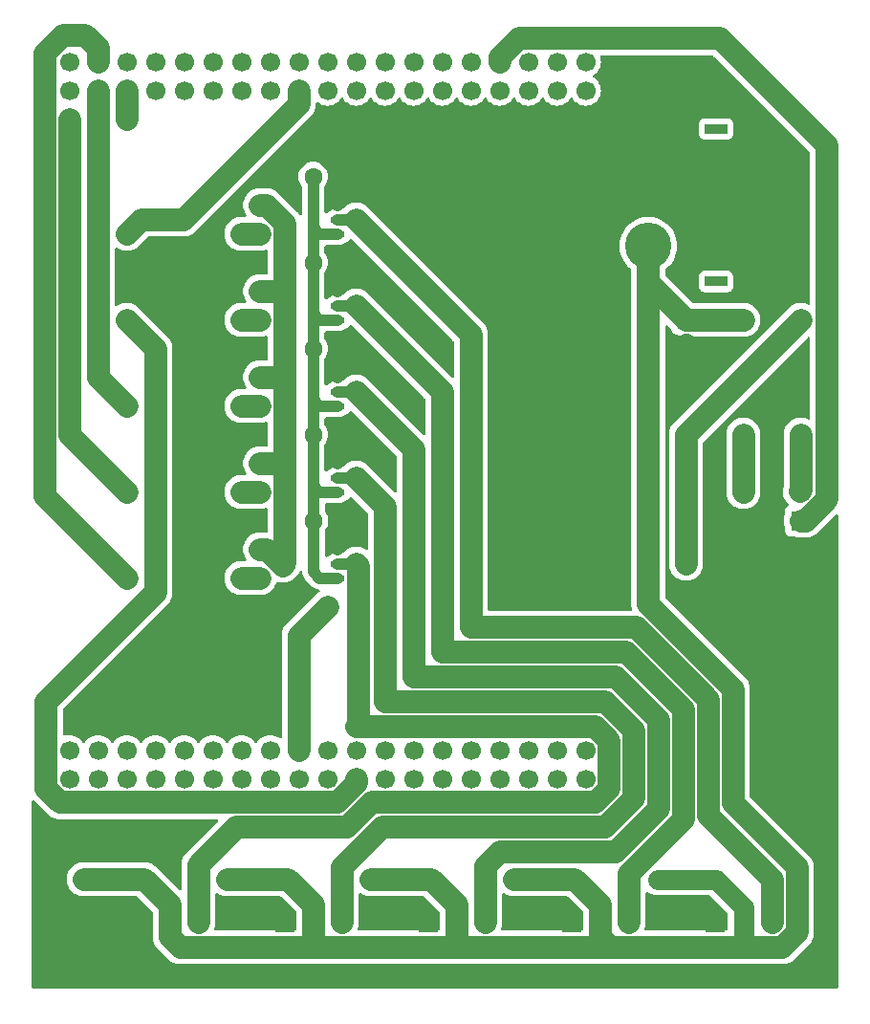
<source format=gbr>
%TF.GenerationSoftware,KiCad,Pcbnew,8.0.1*%
%TF.CreationDate,2024-10-19T15:05:20+09:00*%
%TF.ProjectId,kadai1,6b616461-6931-42e6-9b69-6361645f7063,rev?*%
%TF.SameCoordinates,PX4509570PY8198450*%
%TF.FileFunction,Copper,L2,Bot*%
%TF.FilePolarity,Positive*%
%FSLAX46Y46*%
G04 Gerber Fmt 4.6, Leading zero omitted, Abs format (unit mm)*
G04 Created by KiCad (PCBNEW 8.0.1) date 2024-10-19 15:05:20*
%MOMM*%
%LPD*%
G01*
G04 APERTURE LIST*
G04 Aperture macros list*
%AMRoundRect*
0 Rectangle with rounded corners*
0 $1 Rounding radius*
0 $2 $3 $4 $5 $6 $7 $8 $9 X,Y pos of 4 corners*
0 Add a 4 corners polygon primitive as box body*
4,1,4,$2,$3,$4,$5,$6,$7,$8,$9,$2,$3,0*
0 Add four circle primitives for the rounded corners*
1,1,$1+$1,$2,$3*
1,1,$1+$1,$4,$5*
1,1,$1+$1,$6,$7*
1,1,$1+$1,$8,$9*
0 Add four rect primitives between the rounded corners*
20,1,$1+$1,$2,$3,$4,$5,0*
20,1,$1+$1,$4,$5,$6,$7,0*
20,1,$1+$1,$6,$7,$8,$9,0*
20,1,$1+$1,$8,$9,$2,$3,0*%
G04 Aperture macros list end*
%TA.AperFunction,ComponentPad*%
%ADD10C,1.600000*%
%TD*%
%TA.AperFunction,ComponentPad*%
%ADD11O,1.600000X1.600000*%
%TD*%
%TA.AperFunction,ComponentPad*%
%ADD12R,1.700000X1.700000*%
%TD*%
%TA.AperFunction,ComponentPad*%
%ADD13O,1.700000X1.700000*%
%TD*%
%TA.AperFunction,ComponentPad*%
%ADD14R,1.800000X1.800000*%
%TD*%
%TA.AperFunction,ComponentPad*%
%ADD15C,1.800000*%
%TD*%
%TA.AperFunction,ComponentPad*%
%ADD16C,1.700000*%
%TD*%
%TA.AperFunction,ComponentPad*%
%ADD17R,1.600000X1.600000*%
%TD*%
%TA.AperFunction,ComponentPad*%
%ADD18R,2.000000X0.900000*%
%TD*%
%TA.AperFunction,ComponentPad*%
%ADD19RoundRect,1.025000X-1.025000X1.025000X-1.025000X-1.025000X1.025000X-1.025000X1.025000X1.025000X0*%
%TD*%
%TA.AperFunction,ComponentPad*%
%ADD20C,4.100000*%
%TD*%
%TA.AperFunction,SMDPad,CuDef*%
%ADD21R,1.208024X0.466344*%
%TD*%
%TA.AperFunction,ViaPad*%
%ADD22C,0.600000*%
%TD*%
%TA.AperFunction,Conductor*%
%ADD23C,1.000000*%
%TD*%
%TA.AperFunction,Conductor*%
%ADD24C,2.000000*%
%TD*%
%TA.AperFunction,Conductor*%
%ADD25C,1.800000*%
%TD*%
G04 APERTURE END LIST*
D10*
%TO.P,R2,1*%
%TO.N,VCC*%
X63500000Y59690000D03*
D11*
%TO.P,R2,2*%
%TO.N,Net-(D2-A)*%
X63500000Y49530000D03*
%TD*%
D12*
%TO.P,J3,1,Pin_1*%
%TO.N,GND1*%
X48275000Y6350000D03*
D13*
%TO.P,J3,2,Pin_2*%
%TO.N,VCC*%
X50815000Y6350000D03*
%TO.P,J3,3,Pin_3*%
%TO.N,PWM2*%
X53355000Y6350000D03*
%TD*%
D10*
%TO.P,R10,1*%
%TO.N,VCC*%
X17780000Y10160000D03*
D11*
%TO.P,R10,2*%
%TO.N,PWM4*%
X27940000Y10160000D03*
%TD*%
D10*
%TO.P,R9,1*%
%TO.N,B9*%
X8890000Y44450000D03*
D11*
%TO.P,R9,2*%
%TO.N,Net-(R9-Pad2)*%
X19050000Y44450000D03*
%TD*%
D10*
%TO.P,C6,1*%
%TO.N,VCC*%
X25400000Y72390000D03*
%TO.P,C6,2*%
%TO.N,GND1*%
X27900000Y72390000D03*
%TD*%
D12*
%TO.P,J5,1,Pin_1*%
%TO.N,GND1*%
X22875000Y6350000D03*
D13*
%TO.P,J5,2,Pin_2*%
%TO.N,VCC*%
X25415000Y6350000D03*
%TO.P,J5,3,Pin_3*%
%TO.N,PWM4*%
X27955000Y6350000D03*
%TD*%
D10*
%TO.P,R8,1*%
%TO.N,VCC*%
X55880000Y10160000D03*
D11*
%TO.P,R8,2*%
%TO.N,PWM1*%
X66040000Y10160000D03*
%TD*%
D10*
%TO.P,R4,1*%
%TO.N,B7*%
X8890000Y59690000D03*
D11*
%TO.P,R4,2*%
%TO.N,Net-(R4-Pad2)*%
X19050000Y59690000D03*
%TD*%
D10*
%TO.P,C5,1*%
%TO.N,VCC*%
X25400000Y64770000D03*
%TO.P,C5,2*%
%TO.N,GND1*%
X27900000Y64770000D03*
%TD*%
D14*
%TO.P,D2,1,K*%
%TO.N,GND1*%
X63500000Y41910000D03*
D15*
%TO.P,D2,2,A*%
%TO.N,Net-(D2-A)*%
X63500000Y44450000D03*
%TD*%
D10*
%TO.P,R11,1*%
%TO.N,C6*%
X8890000Y36830000D03*
D11*
%TO.P,R11,2*%
%TO.N,Net-(R11-Pad2)*%
X19050000Y36830000D03*
%TD*%
D10*
%TO.P,C4,1*%
%TO.N,VCC*%
X25400000Y57150000D03*
%TO.P,C4,2*%
%TO.N,GND1*%
X27900000Y57150000D03*
%TD*%
D12*
%TO.P,J6,1,Pin_1*%
%TO.N,GND1*%
X10160000Y6350000D03*
D13*
%TO.P,J6,2,Pin_2*%
%TO.N,VCC*%
X12700000Y6350000D03*
%TO.P,J6,3,Pin_3*%
%TO.N,PWM5*%
X15240000Y6350000D03*
%TD*%
D14*
%TO.P,D1,1,K*%
%TO.N,GND*%
X68580000Y41910000D03*
D15*
%TO.P,D1,2,A*%
%TO.N,Net-(D1-A)*%
X68580000Y44450000D03*
%TD*%
D10*
%TO.P,R6,1*%
%TO.N,B8*%
X8890000Y52070000D03*
D11*
%TO.P,R6,2*%
%TO.N,Net-(R6-Pad2)*%
X19050000Y52070000D03*
%TD*%
D10*
%TO.P,R1,1*%
%TO.N,+5V*%
X68580000Y59690000D03*
D11*
%TO.P,R1,2*%
%TO.N,Net-(D1-A)*%
X68580000Y49530000D03*
%TD*%
D16*
%TO.P,U6,1,RESET*%
%TO.N,unconnected-(U6-RESET-Pad1)*%
X19050000Y21590000D03*
%TO.P,U6,2,BOOT0*%
%TO.N,unconnected-(U6-BOOT0-Pad2)*%
X11430000Y19050000D03*
%TO.P,U6,3,IOREF*%
%TO.N,unconnected-(U6-IOREF-Pad3)*%
X16510000Y21590000D03*
%TO.P,U6,4,AVDD*%
%TO.N,unconnected-(U6-AVDD-Pad4)*%
X11430000Y80010000D03*
%TO.P,U6,5,VDD*%
%TO.N,unconnected-(U6-VDD-Pad5)*%
X8890000Y19050000D03*
%TO.P,U6,6,VBAT*%
%TO.N,unconnected-(U6-VBAT-Pad6)*%
X44450000Y19050000D03*
%TO.P,U6,7,VIN*%
%TO.N,unconnected-(U6-VIN-Pad7)*%
X31750000Y21590000D03*
%TO.P,U6,8,U5V*%
%TO.N,unconnected-(U6-U5V-Pad8)*%
X11430000Y82550000D03*
%TO.P,U6,9,E5V*%
%TO.N,unconnected-(U6-E5V-Pad9)*%
X8890000Y21590000D03*
%TO.P,U6,10,+5V*%
%TO.N,+5V*%
X24130000Y21590000D03*
%TO.P,U6,11,+3V3*%
%TO.N,unconnected-(U6-+3V3-Pad11)*%
X21590000Y21590000D03*
%TO.P,U6,12,PA0(TIM2_CH1/TIM5_CH1/UART4_TX)*%
%TO.N,unconnected-(U6-PA0(TIM2_CH1{slash}TIM5_CH1{slash}UART4_TX)-Pad12)*%
X36830000Y21590000D03*
%TO.P,U6,13,PA1(TIM2_CH2/TIM5CH2/UART4_RX)*%
%TO.N,unconnected-(U6-PA1(TIM2_CH2{slash}TIM5CH2{slash}UART4_RX)-Pad13)*%
X39370000Y21590000D03*
%TO.P,U6,14,PA2(TIM2_CH3/TIM5_CH3/TIM9_CH1/USART2_TX)*%
%TO.N,unconnected-(U6-PA2(TIM2_CH3{slash}TIM5_CH3{slash}TIM9_CH1{slash}USART2_TX)-Pad14)*%
X46990000Y80010000D03*
%TO.P,U6,15,PA3(TIM2_CH4/TIM5_CH4/TIM9_CH2/USART2_RX)*%
%TO.N,unconnected-(U6-PA3(TIM2_CH4{slash}TIM5_CH4{slash}TIM9_CH2{slash}USART2_RX)-Pad15)*%
X49530000Y80010000D03*
%TO.P,U6,16,PA4*%
%TO.N,unconnected-(U6-PA4-Pad16)*%
X41910000Y21590000D03*
%TO.P,U6,17,PA5(TIM2_CH1)*%
%TO.N,unconnected-(U6-PA5(TIM2_CH1)-Pad17)*%
X16510000Y80010000D03*
%TO.P,U6,18,PA6(TIM3_CH1/TIM13_CH1)*%
%TO.N,unconnected-(U6-PA6(TIM3_CH1{slash}TIM13_CH1)-Pad18)*%
X19050000Y80010000D03*
%TO.P,U6,19,PA7(TIM3_CH2/TIM14_CH1)*%
%TO.N,unconnected-(U6-PA7(TIM3_CH2{slash}TIM14_CH1)-Pad19)*%
X21590000Y80010000D03*
%TO.P,U6,20,PA8(TIM1_CH1/12C3_SCL)*%
%TO.N,unconnected-(U6-PA8(TIM1_CH1{slash}12C3_SCL)-Pad20)*%
X31750000Y80010000D03*
%TO.P,U6,21,PA9(TIM1_CH2/USART1_TX)*%
%TO.N,unconnected-(U6-PA9(TIM1_CH2{slash}USART1_TX)-Pad21)*%
X29210000Y80010000D03*
%TO.P,U6,22,PA10(TIM1_CH3/USART1_RX)*%
%TO.N,unconnected-(U6-PA10(TIM1_CH3{slash}USART1_RX)-Pad22)*%
X44450000Y80010000D03*
%TO.P,U6,23,PA11(TIM1_CH4/CAN1_RX)*%
%TO.N,unconnected-(U6-PA11(TIM1_CH4{slash}CAN1_RX)-Pad23)*%
X19050000Y82550000D03*
%TO.P,U6,24,PA12(CAN1_TX)*%
%TO.N,unconnected-(U6-PA12(CAN1_TX)-Pad24)*%
X16510000Y82550000D03*
%TO.P,U6,25,PA13(JTCK-SWDIO)*%
%TO.N,unconnected-(U6-PA13(JTCK-SWDIO)-Pad25)*%
X19050000Y19050000D03*
%TO.P,U6,26,PA14(JTCK-SWCLK)*%
%TO.N,unconnected-(U6-PA14(JTCK-SWCLK)-Pad26)*%
X21590000Y19050000D03*
%TO.P,U6,27,PA15(TIM2_CH1)*%
%TO.N,unconnected-(U6-PA15(TIM2_CH1)-Pad27)*%
X24130000Y19050000D03*
%TO.P,U6,28,PD2(UART5_RX)*%
%TO.N,unconnected-(U6-PD2(UART5_RX)-Pad28)*%
X6350000Y21590000D03*
%TO.P,U6,29,PH0*%
%TO.N,unconnected-(U6-PH0-Pad29)*%
X39370000Y19050000D03*
%TO.P,U6,30,PH1*%
%TO.N,unconnected-(U6-PH1-Pad30)*%
X41910000Y19050000D03*
%TO.P,U6,31,(TIM3_CH3)PB0*%
%TO.N,unconnected-(U6-(TIM3_CH3)PB0-Pad31)*%
X44450000Y21590000D03*
%TO.P,U6,32,(TIM3_CH4)PB1*%
%TO.N,unconnected-(U6-(TIM3_CH4)PB1-Pad32)*%
X31750000Y82550000D03*
%TO.P,U6,33,(TIM2_CH4)PB2*%
%TO.N,unconnected-(U6-(TIM2_CH4)PB2-Pad33)*%
X29210000Y82550000D03*
%TO.P,U6,34,(TIM3_CH1/12C2_SDA)PB3*%
%TO.N,unconnected-(U6-(TIM3_CH1{slash}12C2_SDA)PB3-Pad34)*%
X41910000Y80010000D03*
%TO.P,U6,35,(TIM3_CH1/12C3_SDA)PB4*%
%TO.N,unconnected-(U6-(TIM3_CH1{slash}12C3_SDA)PB4-Pad35)*%
X36830000Y80010000D03*
%TO.P,U6,36,(TIM3_CH2/CAN2_RX)PB5*%
%TO.N,unconnected-(U6-(TIM3_CH2{slash}CAN2_RX)PB5-Pad36)*%
X39370000Y80010000D03*
%TO.P,U6,37,(TIM4_CH1/12C1_SCL/USART1_TX/CAN2_TX)PB6*%
%TO.N,B6*%
X24130000Y80010000D03*
%TO.P,U6,38,(TIM4_CH2/12C1_SDA/USART1_RX)PB7*%
%TO.N,B7*%
X29210000Y19050000D03*
%TO.P,U6,39,(TIM2_CH1/TIM4_CH3/TIM10_CH1/12C1_SCL/CAN1_RX)PB8*%
%TO.N,B8*%
X6350000Y80010000D03*
%TO.P,U6,40,(TIM2_CH2/TIM4_CH4/TIM11_CH1/12C1_SDA/CAN1_TX)PB9*%
%TO.N,B9*%
X8890000Y80010000D03*
%TO.P,U6,41,(TIM_2CH3/12C2_SCL/USART3_RX)PB10*%
%TO.N,unconnected-(U6-(TIM_2CH3{slash}12C2_SCL{slash}USART3_RX)PB10-Pad41)*%
X34290000Y80010000D03*
%TO.P,U6,42,(CAN2_RX)PB12*%
%TO.N,unconnected-(U6-(CAN2_RX)PB12-Pad42)*%
X21590000Y82550000D03*
%TO.P,U6,43,(CAN2_TX)PB13*%
%TO.N,unconnected-(U6-(CAN2_TX)PB13-Pad43)*%
X39370000Y82550000D03*
%TO.P,U6,44,(TIM12_CH1)PB14*%
%TO.N,unconnected-(U6-(TIM12_CH1)PB14-Pad44)*%
X36830000Y82550000D03*
%TO.P,U6,45,(TIM12_CH2)PB15*%
%TO.N,unconnected-(U6-(TIM12_CH2)PB15-Pad45)*%
X34290000Y82550000D03*
%TO.P,U6,46,PC0(PB9)*%
%TO.N,unconnected-(U6-PC0(PB9)-Pad46)*%
X49530000Y21590000D03*
%TO.P,U6,47,PC1(PB9)*%
%TO.N,unconnected-(U6-PC1(PB9)-Pad47)*%
X46990000Y21590000D03*
%TO.P,U6,48,PC2*%
%TO.N,unconnected-(U6-PC2-Pad48)*%
X46990000Y19050000D03*
%TO.P,U6,49,PC3*%
%TO.N,unconnected-(U6-PC3-Pad49)*%
X49530000Y19050000D03*
%TO.P,U6,50,PC4*%
%TO.N,unconnected-(U6-PC4-Pad50)*%
X44450000Y82550000D03*
%TO.P,U6,51,(USART3_RX)PC5*%
%TO.N,unconnected-(U6-(USART3_RX)PC5-Pad51)*%
X8890000Y82550000D03*
%TO.P,U6,52,(TIM3_CH1/TIM8_CH1/USART6_TX)PC6*%
%TO.N,C6*%
X6350000Y82550000D03*
%TO.P,U6,53,(TIM3_CH2/TIM8_CH2/USART6_RX)PC7*%
%TO.N,unconnected-(U6-(TIM3_CH2{slash}TIM8_CH2{slash}USART6_RX)PC7-Pad53)*%
X26670000Y80010000D03*
%TO.P,U6,54,(TIM3_CH3/TIM8_CH3)PC8*%
%TO.N,unconnected-(U6-(TIM3_CH3{slash}TIM8_CH3)PC8-Pad54)*%
X3810000Y82550000D03*
%TO.P,U6,55,(TIM3_CH4/TIM8_CH4/12C3_SDA)PC9*%
%TO.N,unconnected-(U6-(TIM3_CH4{slash}TIM8_CH4{slash}12C3_SDA)PC9-Pad55)*%
X3810000Y80010000D03*
%TO.P,U6,56,(USART3_TX/UART4_TX)PC10*%
%TO.N,unconnected-(U6-(USART3_TX{slash}UART4_TX)PC10-Pad56)*%
X3810000Y19050000D03*
%TO.P,U6,57,(USART3_RX/UART4_RX)PC11*%
%TO.N,unconnected-(U6-(USART3_RX{slash}UART4_RX)PC11-Pad57)*%
X3810000Y21590000D03*
%TO.P,U6,58,(12C2_SDA/UART5_TX)PC12*%
%TO.N,unconnected-(U6-(12C2_SDA{slash}UART5_TX)PC12-Pad58)*%
X6350000Y19050000D03*
%TO.P,U6,59,PC13*%
%TO.N,unconnected-(U6-PC13-Pad59)*%
X31750000Y19050000D03*
%TO.P,U6,60,PC14*%
%TO.N,unconnected-(U6-PC14-Pad60)*%
X34290000Y19050000D03*
%TO.P,U6,61,PC15*%
%TO.N,unconnected-(U6-PC15-Pad61)*%
X36830000Y19050000D03*
%TO.P,U6,62,GND*%
%TO.N,GND*%
X26670000Y19050000D03*
X11430000Y21590000D03*
X26670000Y21590000D03*
X29210000Y21590000D03*
X13970000Y80010000D03*
X26670000Y82550000D03*
X41910000Y82550000D03*
%TO.P,U6,63*%
%TO.N,N/C*%
X16510000Y19050000D03*
%TO.P,U6,64*%
X13970000Y21590000D03*
%TO.P,U6,65*%
X13970000Y19050000D03*
%TO.P,U6,66*%
X34290000Y21590000D03*
%TO.P,U6,67*%
X13970000Y82550000D03*
%TO.P,U6,68*%
X24130000Y82550000D03*
%TO.P,U6,69*%
X46990000Y82550000D03*
%TO.P,U6,70*%
X49530000Y82550000D03*
%TD*%
D10*
%TO.P,C2,1*%
%TO.N,VCC*%
X25440000Y41910000D03*
%TO.P,C2,2*%
%TO.N,GND1*%
X27940000Y41910000D03*
%TD*%
%TO.P,C3,1*%
%TO.N,VCC*%
X25400000Y49530000D03*
%TO.P,C3,2*%
%TO.N,GND1*%
X27900000Y49530000D03*
%TD*%
D17*
%TO.P,C1,1*%
%TO.N,VCC*%
X58420000Y59690000D03*
D10*
%TO.P,C1,2*%
%TO.N,GND1*%
X58420000Y57690000D03*
%TD*%
D12*
%TO.P,J2,1,Pin_1*%
%TO.N,GND1*%
X60960000Y6350000D03*
D13*
%TO.P,J2,2,Pin_2*%
%TO.N,VCC*%
X63500000Y6350000D03*
%TO.P,J2,3,Pin_3*%
%TO.N,PWM1*%
X66040000Y6350000D03*
%TD*%
D12*
%TO.P,J4,1,Pin_1*%
%TO.N,GND1*%
X35560000Y6350000D03*
D13*
%TO.P,J4,2,Pin_2*%
%TO.N,VCC*%
X38100000Y6350000D03*
%TO.P,J4,3,Pin_3*%
%TO.N,PWM3*%
X40640000Y6350000D03*
%TD*%
D10*
%TO.P,R5,1*%
%TO.N,VCC*%
X43180000Y10160000D03*
D11*
%TO.P,R5,2*%
%TO.N,PWM2*%
X53340000Y10160000D03*
%TD*%
D18*
%TO.P,J1,*%
%TO.N,*%
X61080000Y76600000D03*
X61080000Y63100000D03*
D19*
%TO.P,J1,1,Pin_1*%
%TO.N,GND1*%
X55080000Y73450000D03*
D20*
%TO.P,J1,2,Pin_2*%
%TO.N,VCC*%
X55080000Y66250000D03*
%TD*%
D10*
%TO.P,R12,1*%
%TO.N,VCC*%
X5080000Y10160000D03*
D11*
%TO.P,R12,2*%
%TO.N,PWM5*%
X15240000Y10160000D03*
%TD*%
D10*
%TO.P,R7,1*%
%TO.N,VCC*%
X30480000Y10160000D03*
D11*
%TO.P,R7,2*%
%TO.N,PWM3*%
X40640000Y10160000D03*
%TD*%
D10*
%TO.P,R3,1*%
%TO.N,B6*%
X8890000Y67310000D03*
D11*
%TO.P,R3,2*%
%TO.N,Net-(R3-Pad2)*%
X19050000Y67310000D03*
%TD*%
D21*
%TO.P,U3,1,1*%
%TO.N,Net-(R6-Pad2)*%
X20688300Y52070000D03*
%TO.P,U3,3,3*%
%TO.N,GND*%
X20688300Y54610000D03*
%TO.P,U3,4,4*%
%TO.N,GND1*%
X27571700Y54610000D03*
%TO.P,U3,5,5*%
%TO.N,PWM3*%
X27571700Y53340000D03*
%TO.P,U3,6,6*%
%TO.N,VCC*%
X27571700Y52070000D03*
%TD*%
%TO.P,U2,1,1*%
%TO.N,Net-(R4-Pad2)*%
X20688300Y59690000D03*
%TO.P,U2,3,3*%
%TO.N,GND*%
X20688300Y62230000D03*
%TO.P,U2,4,4*%
%TO.N,GND1*%
X27571700Y62230000D03*
%TO.P,U2,5,5*%
%TO.N,PWM2*%
X27571700Y60960000D03*
%TO.P,U2,6,6*%
%TO.N,VCC*%
X27571700Y59690000D03*
%TD*%
%TO.P,U4,1,1*%
%TO.N,Net-(R9-Pad2)*%
X20688300Y44450000D03*
%TO.P,U4,3,3*%
%TO.N,GND*%
X20688300Y46990000D03*
%TO.P,U4,4,4*%
%TO.N,GND1*%
X27571700Y46990000D03*
%TO.P,U4,5,5*%
%TO.N,PWM4*%
X27571700Y45720000D03*
%TO.P,U4,6,6*%
%TO.N,VCC*%
X27571700Y44450000D03*
%TD*%
%TO.P,U1,1,1*%
%TO.N,Net-(R3-Pad2)*%
X20688300Y67310000D03*
%TO.P,U1,3,3*%
%TO.N,GND*%
X20688300Y69850000D03*
%TO.P,U1,4,4*%
%TO.N,GND1*%
X27571700Y69850000D03*
%TO.P,U1,5,5*%
%TO.N,PWM1*%
X27571700Y68580000D03*
%TO.P,U1,6,6*%
%TO.N,VCC*%
X27571700Y67310000D03*
%TD*%
%TO.P,U5,1,1*%
%TO.N,Net-(R11-Pad2)*%
X20688300Y36830000D03*
%TO.P,U5,3,3*%
%TO.N,GND*%
X20688300Y39370000D03*
%TO.P,U5,4,4*%
%TO.N,GND1*%
X27571700Y39370000D03*
%TO.P,U5,5,5*%
%TO.N,PWM5*%
X27571700Y38100000D03*
%TO.P,U5,6,6*%
%TO.N,VCC*%
X27571700Y36830000D03*
%TD*%
D22*
%TO.N,GND1*%
X45720000Y6350000D03*
X36830000Y57150000D03*
X41910000Y40640000D03*
X34290000Y52070000D03*
X45720000Y1270000D03*
X41910000Y52070000D03*
X20320000Y6350000D03*
X52070000Y35560000D03*
X33020000Y6350000D03*
X33020000Y1270000D03*
X58420000Y1270000D03*
X41910000Y46990000D03*
X58420000Y6350000D03*
X31750000Y46990000D03*
X58420000Y35560000D03*
X20320000Y1270000D03*
X41910000Y57150000D03*
X29210000Y40640000D03*
%TO.N,+5V*%
X26670000Y34290000D03*
X58420000Y38100000D03*
%TO.N,B9*%
X3810000Y77470000D03*
X8890000Y77470000D03*
%TD*%
D23*
%TO.N,GND1*%
X27900000Y57150000D02*
X27900000Y54938300D01*
X27940000Y39738300D02*
X27571700Y39370000D01*
X27900000Y54938300D02*
X27571700Y54610000D01*
X27900000Y47318300D02*
X27571700Y46990000D01*
X27900000Y70178300D02*
X27571700Y69850000D01*
X27900000Y49530000D02*
X27900000Y47318300D01*
X27900000Y62558300D02*
X27571700Y62230000D01*
X27900000Y72390000D02*
X27900000Y70178300D01*
X27940000Y41910000D02*
X27940000Y39738300D01*
X27900000Y64770000D02*
X27900000Y62558300D01*
D24*
%TO.N,VCC*%
X51745000Y4150000D02*
X38100000Y4150000D01*
X25400000Y4150000D02*
X13630000Y4150000D01*
X35850000Y10160000D02*
X38100000Y7910000D01*
X50815000Y6350000D02*
X50815000Y5080000D01*
D25*
X63500000Y6350000D02*
X63500000Y4150000D01*
D24*
X12700000Y6350000D02*
X12700000Y5080000D01*
D23*
X25400000Y67877688D02*
X25967688Y67310000D01*
D24*
X5080000Y10160000D02*
X10450000Y10160000D01*
X25415000Y7910000D02*
X25415000Y6350000D01*
X30480000Y10160000D02*
X35850000Y10160000D01*
D23*
X25400000Y52637688D02*
X25967688Y52070000D01*
D24*
X38100000Y7910000D02*
X38100000Y6350000D01*
X43180000Y10160000D02*
X48565000Y10160000D01*
X55080000Y63030000D02*
X58420000Y59690000D01*
D23*
X25440000Y44977688D02*
X25440000Y41910000D01*
X25967688Y52070000D02*
X27571700Y52070000D01*
X25400000Y52637688D02*
X25400000Y49530000D01*
D24*
X66951270Y4150000D02*
X63500000Y4150000D01*
X25415000Y6350000D02*
X25415000Y4165000D01*
D23*
X25400000Y57150000D02*
X25400000Y52637688D01*
X25400000Y72390000D02*
X25400000Y67877688D01*
X25967688Y67310000D02*
X27571700Y67310000D01*
D24*
X12700000Y7910000D02*
X12700000Y6350000D01*
X38100000Y6350000D02*
X38100000Y4150000D01*
X63500000Y4150000D02*
X51745000Y4150000D01*
X51745000Y4150000D02*
X50815000Y5080000D01*
D23*
X25967688Y44450000D02*
X27571700Y44450000D01*
D24*
X55080000Y34495488D02*
X62580000Y26995488D01*
D23*
X25400000Y64770000D02*
X25400000Y60257688D01*
D24*
X55080000Y66250000D02*
X55080000Y34495488D01*
X17780000Y10160000D02*
X23165000Y10160000D01*
D23*
X25400000Y45017688D02*
X25440000Y44977688D01*
X25967688Y36830000D02*
X27571700Y36830000D01*
X25400000Y45017688D02*
X25967688Y44450000D01*
X25400000Y60257688D02*
X25400000Y57150000D01*
X25440000Y41910000D02*
X25440000Y37357688D01*
D24*
X23165000Y10160000D02*
X25415000Y7910000D01*
D25*
X63500000Y7710000D02*
X63500000Y6350000D01*
D23*
X25440000Y37357688D02*
X25967688Y36830000D01*
X25400000Y67877688D02*
X25400000Y64770000D01*
D24*
X50815000Y7910000D02*
X50815000Y6350000D01*
X62580000Y26995488D02*
X62580000Y16860000D01*
X13630000Y4150000D02*
X12700000Y5080000D01*
X25415000Y4165000D02*
X25400000Y4150000D01*
D23*
X25400000Y60257688D02*
X25967688Y59690000D01*
D24*
X68240000Y11200000D02*
X68240000Y5438730D01*
X55080000Y66250000D02*
X55080000Y63030000D01*
X38100000Y4150000D02*
X25400000Y4150000D01*
X10450000Y10160000D02*
X12700000Y7910000D01*
D23*
X25400000Y49530000D02*
X25400000Y45017688D01*
D24*
X48565000Y10160000D02*
X50815000Y7910000D01*
D25*
X61050000Y10160000D02*
X63500000Y7710000D01*
X55880000Y10160000D02*
X61050000Y10160000D01*
D23*
X25967688Y59690000D02*
X27571700Y59690000D01*
D24*
X62580000Y16860000D02*
X68240000Y11200000D01*
X68240000Y5438730D02*
X66951270Y4150000D01*
X58420000Y59690000D02*
X63500000Y59690000D01*
%TO.N,Net-(D1-A)*%
X68580000Y49530000D02*
X68580000Y44591421D01*
X68580000Y44591421D02*
X68509289Y44520710D01*
%TO.N,GND*%
X20688300Y46990000D02*
X22888300Y46990000D01*
X22888300Y46990000D02*
X22888300Y38128300D01*
X20688300Y39370000D02*
X21259570Y39370000D01*
X22888300Y54610000D02*
X22888300Y46990000D01*
X69009849Y41910000D02*
X70890000Y43790151D01*
X68580000Y41910000D02*
X69009849Y41910000D01*
X22888300Y38128300D02*
X22694785Y37934785D01*
X22888300Y62230000D02*
X22888300Y54610000D01*
X20688300Y54610000D02*
X22888300Y54610000D01*
X70890000Y75160000D02*
X61450000Y84600000D01*
X43600862Y84600000D02*
X41910000Y82909138D01*
X21259570Y69850000D02*
X22888300Y68221270D01*
X61450000Y84600000D02*
X43600862Y84600000D01*
X41910000Y82909138D02*
X41910000Y82550000D01*
X20688300Y69850000D02*
X21259570Y69850000D01*
X21259570Y39370000D02*
X22694785Y37934785D01*
X20688300Y62230000D02*
X22888300Y62230000D01*
X70890000Y43790151D02*
X70890000Y75160000D01*
X22888300Y68221270D02*
X22888300Y62230000D01*
%TO.N,Net-(D2-A)*%
X63500000Y49530000D02*
X63500000Y44450000D01*
%TO.N,PWM1*%
X39370000Y58420000D02*
X29210000Y68580000D01*
D23*
X27571700Y68580000D02*
X29210000Y68580000D01*
D24*
X39370000Y32440000D02*
X39370000Y58420000D01*
X66040000Y10160000D02*
X66040000Y6350000D01*
X54024218Y32440000D02*
X39370000Y32440000D01*
X66040000Y10160000D02*
X60380000Y15820000D01*
X60380000Y26084218D02*
X54024218Y32440000D01*
X60380000Y15820000D02*
X60380000Y26084218D01*
%TO.N,PWM2*%
X36830000Y30240000D02*
X36830000Y53340000D01*
X53340000Y10627052D02*
X58180000Y15467052D01*
X53340000Y10160000D02*
X53340000Y6365000D01*
D23*
X27571700Y60960000D02*
X29210000Y60960000D01*
D24*
X53340000Y6365000D02*
X53355000Y6350000D01*
X53340000Y10160000D02*
X53340000Y10627052D01*
X58180000Y15467052D02*
X58180000Y25172948D01*
X58180000Y25172948D02*
X53112948Y30240000D01*
X36830000Y53340000D02*
X29210000Y60960000D01*
X53112948Y30240000D02*
X36830000Y30240000D01*
D23*
%TO.N,PWM3*%
X27571700Y53340000D02*
X29210000Y53340000D01*
D24*
X40640000Y10160000D02*
X40640000Y11291370D01*
X41948630Y12600000D02*
X52201678Y12600000D01*
X40640000Y11291370D02*
X41948630Y12600000D01*
X52201678Y12600000D02*
X55980000Y16378322D01*
X55980000Y24261678D02*
X52201678Y28040000D01*
X34290000Y48260000D02*
X29210000Y53340000D01*
X40640000Y10160000D02*
X40640000Y6350000D01*
X55980000Y16378322D02*
X55980000Y24261678D01*
X34290000Y28040000D02*
X34290000Y48260000D01*
X52201678Y28040000D02*
X34290000Y28040000D01*
%TO.N,PWM4*%
X27940000Y6365000D02*
X27955000Y6350000D01*
X31750000Y43180000D02*
X29210000Y45720000D01*
X53780000Y23350408D02*
X51290408Y25840000D01*
X31750000Y25840000D02*
X31750000Y43180000D01*
X51290408Y14800000D02*
X53780000Y17289592D01*
X27940000Y10160000D02*
X27940000Y6365000D01*
X27940000Y10160000D02*
X27940000Y11198322D01*
X53780000Y17289592D02*
X53780000Y23350408D01*
X51290408Y25840000D02*
X31750000Y25840000D01*
D23*
X27571700Y45720000D02*
X29210000Y45720000D01*
D24*
X31541678Y14800000D02*
X51290408Y14800000D01*
X27940000Y11198322D02*
X31541678Y14800000D01*
%TO.N,PWM5*%
X18610000Y14800000D02*
X28430408Y14800000D01*
X29375712Y37934288D02*
X29210000Y38100000D01*
X30630408Y17000000D02*
X50379138Y17000000D01*
X29210000Y23640000D02*
X29375712Y23805712D01*
D23*
X27571700Y38100000D02*
X29210000Y38100000D01*
D24*
X29375712Y23805712D02*
X29375712Y37934288D01*
D23*
X29210000Y38100000D02*
X27940000Y38100000D01*
D24*
X51580000Y18200862D02*
X51580000Y22439138D01*
X15240000Y10160000D02*
X15240000Y6350000D01*
X15240000Y10160000D02*
X15240000Y11430000D01*
X28430408Y14800000D02*
X30630408Y17000000D01*
X50379138Y23640000D02*
X29210000Y23640000D01*
X51580000Y22439138D02*
X50379138Y23640000D01*
X50379138Y17000000D02*
X51580000Y18200862D01*
X15240000Y11430000D02*
X18610000Y14800000D01*
%TO.N,+5V*%
X24130000Y21590000D02*
X24130000Y31750000D01*
X58420000Y49530000D02*
X58420000Y38100000D01*
X68580000Y59690000D02*
X58420000Y49530000D01*
X24130000Y31750000D02*
X26670000Y34290000D01*
%TO.N,Net-(R3-Pad2)*%
X20688300Y67310000D02*
X19050000Y67310000D01*
%TO.N,B6*%
X8890000Y67310000D02*
X10160000Y68580000D01*
X24130000Y78807919D02*
X24130000Y80010000D01*
X13902081Y68580000D02*
X24130000Y78807919D01*
X10160000Y68580000D02*
X13902081Y68580000D01*
%TO.N,Net-(R4-Pad2)*%
X20688300Y59690000D02*
X19050000Y59690000D01*
%TO.N,B7*%
X29210000Y18690862D02*
X29210000Y19050000D01*
X2960862Y17000000D02*
X27519138Y17000000D01*
X8890000Y59690000D02*
X11430000Y57150000D01*
X27519138Y17000000D02*
X29210000Y18690862D01*
X1760000Y25890000D02*
X1760000Y18200862D01*
X1760000Y18200862D02*
X2960862Y17000000D01*
X11430000Y35560000D02*
X1760000Y25890000D01*
X11430000Y57150000D02*
X11430000Y35560000D01*
%TO.N,B8*%
X6350000Y54610000D02*
X6350000Y80010000D01*
X8890000Y52070000D02*
X6350000Y54610000D01*
%TO.N,Net-(R9-Pad2)*%
X20688300Y44450000D02*
X19050000Y44450000D01*
%TO.N,Net-(R6-Pad2)*%
X20688300Y52070000D02*
X19050000Y52070000D01*
%TO.N,B9*%
X8890000Y80010000D02*
X8890000Y77470000D01*
X3810000Y49530000D02*
X3810000Y77470000D01*
X8890000Y44450000D02*
X3810000Y49530000D01*
%TO.N,C6*%
X5242081Y84860000D02*
X6350000Y83752081D01*
X8890000Y36830000D02*
X1610000Y44110000D01*
X1610000Y83249138D02*
X3220862Y84860000D01*
X6350000Y83752081D02*
X6350000Y82550000D01*
X1610000Y44110000D02*
X1610000Y83249138D01*
X3220862Y84860000D02*
X5242081Y84860000D01*
%TO.N,Net-(R11-Pad2)*%
X20688300Y36830000D02*
X19050000Y36830000D01*
%TD*%
%TA.AperFunction,Conductor*%
%TO.N,GND1*%
G36*
X60844150Y83079815D02*
G01*
X60864792Y83063181D01*
X69353181Y74574792D01*
X69386666Y74513469D01*
X69389500Y74487111D01*
X69389500Y61163940D01*
X69369815Y61096901D01*
X69317011Y61051146D01*
X69247853Y61041202D01*
X69209206Y61053455D01*
X69155997Y61080566D01*
X69155994Y61080567D01*
X69155992Y61080568D01*
X68931369Y61153553D01*
X68931367Y61153554D01*
X68931365Y61153554D01*
X68698097Y61190500D01*
X68698092Y61190500D01*
X68461908Y61190500D01*
X68461903Y61190500D01*
X68228631Y61153554D01*
X68004003Y61080567D01*
X67793563Y60973341D01*
X67602496Y60834524D01*
X67602491Y60834520D01*
X57275485Y50507513D01*
X57275484Y50507512D01*
X57136657Y50316435D01*
X57029433Y50105997D01*
X56956446Y49881369D01*
X56919500Y49648098D01*
X56919500Y37981903D01*
X56956446Y37748632D01*
X57029433Y37524004D01*
X57117549Y37351069D01*
X57136657Y37313567D01*
X57275483Y37122490D01*
X57442490Y36955483D01*
X57633567Y36816657D01*
X57732991Y36765998D01*
X57844003Y36709434D01*
X57844005Y36709434D01*
X57844008Y36709432D01*
X57964412Y36670311D01*
X58068631Y36636447D01*
X58301903Y36599500D01*
X58301908Y36599500D01*
X58538097Y36599500D01*
X58771368Y36636447D01*
X58995992Y36709432D01*
X59206433Y36816657D01*
X59397510Y36955483D01*
X59564517Y37122490D01*
X59703343Y37313567D01*
X59810568Y37524008D01*
X59883553Y37748632D01*
X59896520Y37830500D01*
X59920500Y37981903D01*
X59920500Y44331903D01*
X61999500Y44331903D01*
X62036446Y44098632D01*
X62109433Y43874004D01*
X62202954Y43690461D01*
X62216657Y43663567D01*
X62355483Y43472490D01*
X62522490Y43305483D01*
X62713567Y43166657D01*
X62800499Y43122363D01*
X62924003Y43059434D01*
X62924005Y43059434D01*
X62924008Y43059432D01*
X63044412Y43020311D01*
X63148631Y42986447D01*
X63381903Y42949500D01*
X63381908Y42949500D01*
X63618097Y42949500D01*
X63851368Y42986447D01*
X64075992Y43059432D01*
X64286433Y43166657D01*
X64477510Y43305483D01*
X64644517Y43472490D01*
X64783343Y43663567D01*
X64890568Y43874008D01*
X64963553Y44098632D01*
X64969372Y44135372D01*
X65000500Y44331903D01*
X65000500Y49648098D01*
X64963553Y49881369D01*
X64890566Y50105997D01*
X64783342Y50316434D01*
X64644517Y50507510D01*
X64477510Y50674517D01*
X64286433Y50813343D01*
X64075996Y50920567D01*
X63851368Y50993554D01*
X63618097Y51030500D01*
X63618092Y51030500D01*
X63381908Y51030500D01*
X63381903Y51030500D01*
X63148631Y50993554D01*
X62924003Y50920567D01*
X62713566Y50813343D01*
X62615872Y50742363D01*
X62522490Y50674517D01*
X62522488Y50674515D01*
X62522487Y50674515D01*
X62355485Y50507513D01*
X62355485Y50507512D01*
X62355483Y50507510D01*
X62295862Y50425450D01*
X62216657Y50316434D01*
X62109433Y50105997D01*
X62036446Y49881369D01*
X61999500Y49648098D01*
X61999500Y44331903D01*
X59920500Y44331903D01*
X59920500Y48857111D01*
X59940185Y48924150D01*
X59956819Y48944792D01*
X69177819Y58165792D01*
X69239142Y58199277D01*
X69308834Y58194293D01*
X69364767Y58152421D01*
X69389184Y58086957D01*
X69389500Y58078111D01*
X69389500Y51003940D01*
X69369815Y50936901D01*
X69317011Y50891146D01*
X69247853Y50881202D01*
X69209206Y50893455D01*
X69155999Y50920566D01*
X68931368Y50993554D01*
X68698097Y51030500D01*
X68698092Y51030500D01*
X68461908Y51030500D01*
X68461903Y51030500D01*
X68228631Y50993554D01*
X68004003Y50920567D01*
X67793566Y50813343D01*
X67695872Y50742363D01*
X67602490Y50674517D01*
X67602488Y50674515D01*
X67602487Y50674515D01*
X67435485Y50507513D01*
X67435485Y50507512D01*
X67435483Y50507510D01*
X67375862Y50425450D01*
X67296657Y50316434D01*
X67189433Y50105997D01*
X67116446Y49881369D01*
X67079500Y49648098D01*
X67079500Y44995633D01*
X67073431Y44957314D01*
X67045735Y44872079D01*
X67008789Y44638808D01*
X67008789Y44402613D01*
X67045735Y44169342D01*
X67118722Y43944714D01*
X67206197Y43773035D01*
X67225946Y43734276D01*
X67270568Y43672859D01*
X67364773Y43543199D01*
X67460580Y43447392D01*
X67494065Y43386069D01*
X67489081Y43316377D01*
X67447209Y43260444D01*
X67442538Y43257442D01*
X67322455Y43167548D01*
X67322452Y43167545D01*
X67236206Y43052336D01*
X67236202Y43052329D01*
X67185908Y42917483D01*
X67179501Y42857884D01*
X67179500Y42857865D01*
X67179500Y42475066D01*
X67173431Y42436748D01*
X67116447Y42261370D01*
X67079500Y42028098D01*
X67079500Y41791903D01*
X67116446Y41558632D01*
X67173431Y41383253D01*
X67179500Y41344935D01*
X67179500Y40962131D01*
X67179501Y40962124D01*
X67185908Y40902517D01*
X67236202Y40767672D01*
X67236206Y40767665D01*
X67322452Y40652456D01*
X67322455Y40652453D01*
X67437664Y40566207D01*
X67437671Y40566203D01*
X67482618Y40549439D01*
X67572517Y40515909D01*
X67632127Y40509500D01*
X68014933Y40509501D01*
X68053251Y40503432D01*
X68104661Y40486728D01*
X68228632Y40446447D01*
X68316110Y40432592D01*
X68461903Y40409500D01*
X68461908Y40409500D01*
X69127946Y40409500D01*
X69233975Y40426295D01*
X69361217Y40446447D01*
X69556578Y40509925D01*
X69581638Y40515281D01*
X69587483Y40515909D01*
X69722331Y40566204D01*
X69837546Y40652454D01*
X69837551Y40652462D01*
X69843819Y40658728D01*
X69844637Y40657910D01*
X69859567Y40672638D01*
X69987359Y40765483D01*
X71677819Y42455943D01*
X71739142Y42489428D01*
X71808834Y42484444D01*
X71864767Y42442572D01*
X71889184Y42377108D01*
X71889500Y42368262D01*
X71889500Y624500D01*
X71869815Y557461D01*
X71817011Y511706D01*
X71765500Y500500D01*
X624500Y500500D01*
X557461Y520185D01*
X511706Y572989D01*
X500500Y624500D01*
X500500Y17038973D01*
X520185Y17106012D01*
X572989Y17151767D01*
X642147Y17161711D01*
X705703Y17132686D01*
X712181Y17126654D01*
X1983352Y15855483D01*
X2174428Y15716657D01*
X2273854Y15665997D01*
X2384865Y15609434D01*
X2384867Y15609434D01*
X2384870Y15609432D01*
X2505274Y15570311D01*
X2609493Y15536447D01*
X2842765Y15499500D01*
X2842770Y15499500D01*
X16888110Y15499500D01*
X16955149Y15479815D01*
X17000904Y15427011D01*
X17010848Y15357853D01*
X16981823Y15294297D01*
X16975791Y15287819D01*
X14095484Y12407512D01*
X13956655Y12216433D01*
X13858613Y12024011D01*
X13858613Y12024010D01*
X13849433Y12005994D01*
X13776446Y11781369D01*
X13739500Y11548098D01*
X13739500Y9291890D01*
X13719815Y9224851D01*
X13667011Y9179096D01*
X13597853Y9169152D01*
X13534297Y9198177D01*
X13527819Y9204209D01*
X11427512Y11304515D01*
X11427511Y11304516D01*
X11408825Y11318092D01*
X11236434Y11443343D01*
X11207870Y11457897D01*
X11025996Y11550567D01*
X10801368Y11623554D01*
X10568097Y11660500D01*
X10568092Y11660500D01*
X4961908Y11660500D01*
X4961903Y11660500D01*
X4728631Y11623554D01*
X4504003Y11550567D01*
X4293566Y11443343D01*
X4184550Y11364138D01*
X4102490Y11304517D01*
X4102488Y11304515D01*
X4102487Y11304515D01*
X3935485Y11137513D01*
X3935485Y11137512D01*
X3935483Y11137510D01*
X3888152Y11072365D01*
X3796657Y10946434D01*
X3689433Y10735997D01*
X3616446Y10511369D01*
X3579500Y10278098D01*
X3579500Y10041903D01*
X3616446Y9808632D01*
X3689433Y9584004D01*
X3725373Y9513469D01*
X3796657Y9373567D01*
X3935483Y9182490D01*
X4102490Y9015483D01*
X4293567Y8876657D01*
X4389592Y8827730D01*
X4504003Y8769434D01*
X4504005Y8769434D01*
X4504008Y8769432D01*
X4624412Y8730311D01*
X4728631Y8696447D01*
X4961903Y8659500D01*
X4961908Y8659500D01*
X9777111Y8659500D01*
X9844150Y8639815D01*
X9864792Y8623181D01*
X11163181Y7324792D01*
X11196666Y7263469D01*
X11199500Y7237111D01*
X11199500Y4961903D01*
X11236446Y4728632D01*
X11309433Y4504004D01*
X11416657Y4293566D01*
X11555484Y4102489D01*
X11555485Y4102488D01*
X12652491Y3005481D01*
X12652496Y3005477D01*
X12819155Y2884394D01*
X12843567Y2866657D01*
X12977659Y2798334D01*
X13054003Y2759434D01*
X13054005Y2759434D01*
X13054008Y2759432D01*
X13174412Y2720311D01*
X13278631Y2686447D01*
X13511903Y2649500D01*
X13511908Y2649500D01*
X67069367Y2649500D01*
X67302638Y2686447D01*
X67527262Y2759432D01*
X67737704Y2866657D01*
X67928780Y3005483D01*
X69384517Y4461220D01*
X69523343Y4652296D01*
X69630568Y4862737D01*
X69666860Y4974432D01*
X69703553Y5087362D01*
X69724171Y5217542D01*
X69740500Y5320633D01*
X69740500Y11318098D01*
X69703553Y11551369D01*
X69654562Y11702147D01*
X69630568Y11775992D01*
X69630566Y11775995D01*
X69630566Y11775997D01*
X69524197Y11984756D01*
X69523343Y11986433D01*
X69456958Y12077804D01*
X69438848Y12102731D01*
X69384521Y12177507D01*
X64116819Y17445209D01*
X64083334Y17506532D01*
X64080500Y17532890D01*
X64080500Y27113586D01*
X64043553Y27346857D01*
X63970566Y27571485D01*
X63931666Y27647829D01*
X63863343Y27781921D01*
X63845606Y27806333D01*
X63724523Y27972992D01*
X63724519Y27972997D01*
X56616819Y35080697D01*
X56583334Y35142020D01*
X56580500Y35168378D01*
X56580500Y59108111D01*
X56600185Y59175150D01*
X56652989Y59220905D01*
X56722147Y59230849D01*
X56785703Y59201824D01*
X56792181Y59195792D01*
X57085395Y58902578D01*
X57118880Y58841255D01*
X57121004Y58828149D01*
X57125908Y58782517D01*
X57176202Y58647672D01*
X57176206Y58647665D01*
X57262452Y58532456D01*
X57262455Y58532453D01*
X57377664Y58446207D01*
X57377671Y58446203D01*
X57512516Y58395909D01*
X57538419Y58393125D01*
X57572127Y58389500D01*
X57637468Y58389501D01*
X57693759Y58375987D01*
X57793926Y58324950D01*
X57844003Y58299434D01*
X57844005Y58299434D01*
X57844008Y58299432D01*
X57964412Y58260311D01*
X58068631Y58226447D01*
X58301903Y58189500D01*
X58301908Y58189500D01*
X63618097Y58189500D01*
X63851368Y58226447D01*
X64075992Y58299432D01*
X64286433Y58406657D01*
X64477510Y58545483D01*
X64644517Y58712490D01*
X64783343Y58903567D01*
X64890568Y59114008D01*
X64963553Y59338632D01*
X64974456Y59407473D01*
X65000500Y59571903D01*
X65000500Y59808098D01*
X64963553Y60041369D01*
X64890566Y60265997D01*
X64783342Y60476434D01*
X64644517Y60667510D01*
X64477510Y60834517D01*
X64286433Y60973343D01*
X64283226Y60974977D01*
X64075996Y61080567D01*
X63851368Y61153554D01*
X63618097Y61190500D01*
X63618092Y61190500D01*
X59092889Y61190500D01*
X59025850Y61210185D01*
X59005208Y61226819D01*
X57629897Y62602130D01*
X59579500Y62602130D01*
X59579501Y62602124D01*
X59585908Y62542517D01*
X59636202Y62407672D01*
X59636206Y62407665D01*
X59722452Y62292456D01*
X59722455Y62292453D01*
X59837664Y62206207D01*
X59837671Y62206203D01*
X59972517Y62155909D01*
X59972516Y62155909D01*
X59979444Y62155165D01*
X60032127Y62149500D01*
X62127872Y62149501D01*
X62187483Y62155909D01*
X62322331Y62206204D01*
X62437546Y62292454D01*
X62523796Y62407669D01*
X62574091Y62542517D01*
X62580500Y62602127D01*
X62580499Y63597872D01*
X62574091Y63657483D01*
X62560637Y63693554D01*
X62523797Y63792329D01*
X62523793Y63792336D01*
X62437547Y63907545D01*
X62437544Y63907548D01*
X62322335Y63993794D01*
X62322328Y63993798D01*
X62187482Y64044092D01*
X62187483Y64044092D01*
X62127883Y64050499D01*
X62127881Y64050500D01*
X62127873Y64050500D01*
X62127864Y64050500D01*
X60032129Y64050500D01*
X60032123Y64050499D01*
X59972516Y64044092D01*
X59837671Y63993798D01*
X59837664Y63993794D01*
X59722455Y63907548D01*
X59722452Y63907545D01*
X59636206Y63792336D01*
X59636202Y63792329D01*
X59585908Y63657483D01*
X59579501Y63597884D01*
X59579501Y63597877D01*
X59579500Y63597865D01*
X59579500Y62602130D01*
X57629897Y62602130D01*
X56616819Y63615208D01*
X56583334Y63676531D01*
X56580500Y63702889D01*
X56580500Y64124405D01*
X56600185Y64191444D01*
X56631616Y64224724D01*
X56708958Y64280916D01*
X56708964Y64280920D01*
X56942911Y64500610D01*
X57147478Y64747890D01*
X57319439Y65018858D01*
X57456084Y65309242D01*
X57555256Y65614462D01*
X57615392Y65929706D01*
X57615393Y65929717D01*
X57635543Y66249995D01*
X57635543Y66250006D01*
X57615393Y66570284D01*
X57615392Y66570291D01*
X57615392Y66570294D01*
X57555256Y66885538D01*
X57456084Y67190758D01*
X57455543Y67191908D01*
X57319441Y67481139D01*
X57319437Y67481145D01*
X57147479Y67752109D01*
X57147477Y67752112D01*
X56942912Y67999389D01*
X56708965Y68219079D01*
X56708955Y68219087D01*
X56449339Y68407709D01*
X56449321Y68407720D01*
X56168096Y68562325D01*
X56168093Y68562326D01*
X55869703Y68680467D01*
X55869706Y68680467D01*
X55558864Y68760277D01*
X55558851Y68760279D01*
X55240475Y68800500D01*
X55240464Y68800500D01*
X54919536Y68800500D01*
X54919524Y68800500D01*
X54601148Y68760279D01*
X54601135Y68760277D01*
X54290294Y68680467D01*
X53991906Y68562326D01*
X53991903Y68562325D01*
X53710678Y68407720D01*
X53710660Y68407709D01*
X53451044Y68219087D01*
X53451034Y68219079D01*
X53217087Y67999389D01*
X53012522Y67752112D01*
X53012520Y67752109D01*
X52840562Y67481145D01*
X52840558Y67481139D01*
X52703918Y67190765D01*
X52703916Y67190760D01*
X52604745Y66885543D01*
X52544607Y66570291D01*
X52544606Y66570284D01*
X52524457Y66250006D01*
X52524457Y66249995D01*
X52544606Y65929717D01*
X52544607Y65929710D01*
X52571470Y65788891D01*
X52598424Y65647590D01*
X52604745Y65614458D01*
X52703916Y65309241D01*
X52703918Y65309236D01*
X52840558Y65018862D01*
X52840562Y65018856D01*
X53012520Y64747892D01*
X53012522Y64747889D01*
X53181761Y64543314D01*
X53217089Y64500610D01*
X53405689Y64323504D01*
X53451034Y64280922D01*
X53451041Y64280916D01*
X53528384Y64224724D01*
X53571051Y64169394D01*
X53579500Y64124405D01*
X53579500Y34377391D01*
X53616446Y34144122D01*
X53616447Y34144120D01*
X53629867Y34102818D01*
X53631863Y34032978D01*
X53595783Y33973145D01*
X53533082Y33942316D01*
X53511936Y33940500D01*
X40994500Y33940500D01*
X40927461Y33960185D01*
X40881706Y34012989D01*
X40870500Y34064500D01*
X40870500Y58538098D01*
X40833553Y58771369D01*
X40781860Y58930461D01*
X40760568Y58995992D01*
X40760566Y58995995D01*
X40760566Y58995997D01*
X40669282Y59175150D01*
X40653343Y59206433D01*
X40616467Y59257188D01*
X40616467Y59257189D01*
X40616465Y59257190D01*
X40549512Y59349345D01*
X40514521Y59397507D01*
X40514519Y59397509D01*
X30187512Y69724515D01*
X30187511Y69724516D01*
X29996434Y69863343D01*
X29785996Y69970567D01*
X29561368Y70043554D01*
X29328097Y70080500D01*
X29328092Y70080500D01*
X29091908Y70080500D01*
X29091903Y70080500D01*
X28858631Y70043554D01*
X28634003Y69970567D01*
X28423565Y69863343D01*
X28232488Y69724516D01*
X28232487Y69724515D01*
X28124792Y69616819D01*
X28063469Y69583334D01*
X28037111Y69580500D01*
X27473157Y69580500D01*
X27279870Y69542053D01*
X27279860Y69542050D01*
X27097792Y69466636D01*
X27097779Y69466629D01*
X26933919Y69357140D01*
X26933913Y69357135D01*
X26916310Y69339533D01*
X26866755Y69311892D01*
X26867471Y69309973D01*
X26725361Y69256971D01*
X26725352Y69256966D01*
X26603043Y69165404D01*
X26601787Y69167082D01*
X26550858Y69139272D01*
X26481166Y69144256D01*
X26425233Y69186128D01*
X26400816Y69251592D01*
X26400500Y69260438D01*
X26400500Y71512412D01*
X26420185Y71579451D01*
X26422925Y71583535D01*
X26530568Y71737266D01*
X26626739Y71943504D01*
X26685635Y72163308D01*
X26705468Y72390000D01*
X26685635Y72616692D01*
X26626739Y72836496D01*
X26530568Y73042734D01*
X26400047Y73229139D01*
X26400045Y73229142D01*
X26239141Y73390046D01*
X26052734Y73520568D01*
X26052732Y73520569D01*
X25846497Y73616739D01*
X25846488Y73616742D01*
X25626697Y73675634D01*
X25626693Y73675635D01*
X25626692Y73675635D01*
X25626691Y73675636D01*
X25626686Y73675636D01*
X25400002Y73695468D01*
X25399998Y73695468D01*
X25173313Y73675636D01*
X25173302Y73675634D01*
X24953511Y73616742D01*
X24953502Y73616739D01*
X24747267Y73520569D01*
X24747265Y73520568D01*
X24560858Y73390046D01*
X24399954Y73229142D01*
X24269432Y73042735D01*
X24269431Y73042733D01*
X24173261Y72836498D01*
X24173258Y72836489D01*
X24114366Y72616698D01*
X24114364Y72616687D01*
X24094532Y72390002D01*
X24094532Y72389999D01*
X24114364Y72163314D01*
X24114366Y72163303D01*
X24173258Y71943512D01*
X24173261Y71943503D01*
X24269431Y71737268D01*
X24269432Y71737266D01*
X24377075Y71583535D01*
X24399402Y71517329D01*
X24399500Y71512412D01*
X24399500Y69075547D01*
X24379815Y69008508D01*
X24327011Y68962753D01*
X24257853Y68952809D01*
X24194297Y68981834D01*
X24175245Y69004299D01*
X24174507Y69003762D01*
X24042009Y69186128D01*
X24032817Y69198780D01*
X22237080Y70994517D01*
X22046004Y71133343D01*
X21835566Y71240567D01*
X21610938Y71313554D01*
X21377667Y71350500D01*
X21377662Y71350500D01*
X20570208Y71350500D01*
X20570203Y71350500D01*
X20336931Y71313554D01*
X20112303Y71240567D01*
X19901866Y71133343D01*
X19792850Y71054138D01*
X19710790Y70994517D01*
X19710788Y70994515D01*
X19710787Y70994515D01*
X19543785Y70827513D01*
X19543785Y70827512D01*
X19543783Y70827510D01*
X19484162Y70745450D01*
X19404957Y70636434D01*
X19297733Y70425997D01*
X19224746Y70201369D01*
X19187800Y69968098D01*
X19187800Y69731903D01*
X19224746Y69498632D01*
X19297733Y69274004D01*
X19404959Y69063564D01*
X19445775Y69007385D01*
X19469255Y68941579D01*
X19453430Y68873525D01*
X19403324Y68824830D01*
X19345457Y68810500D01*
X18931903Y68810500D01*
X18698631Y68773554D01*
X18474003Y68700567D01*
X18263566Y68593343D01*
X18220873Y68562324D01*
X18072490Y68454517D01*
X18072488Y68454515D01*
X18072487Y68454515D01*
X17905485Y68287513D01*
X17905485Y68287512D01*
X17905483Y68287510D01*
X17855771Y68219087D01*
X17766657Y68096434D01*
X17659433Y67885997D01*
X17586446Y67661369D01*
X17549500Y67428098D01*
X17549500Y67191903D01*
X17586446Y66958632D01*
X17659433Y66734004D01*
X17752954Y66550461D01*
X17766657Y66523567D01*
X17905483Y66332490D01*
X18072490Y66165483D01*
X18263567Y66026657D01*
X18350499Y65982363D01*
X18474003Y65919434D01*
X18474005Y65919434D01*
X18474008Y65919432D01*
X18594412Y65880311D01*
X18698631Y65846447D01*
X18931903Y65809500D01*
X18931908Y65809500D01*
X20806397Y65809500D01*
X21039668Y65846447D01*
X21225482Y65906823D01*
X21295322Y65908817D01*
X21355155Y65872737D01*
X21385984Y65810036D01*
X21387800Y65788891D01*
X21387800Y63854500D01*
X21368115Y63787461D01*
X21315311Y63741706D01*
X21263800Y63730500D01*
X20570203Y63730500D01*
X20336931Y63693554D01*
X20112303Y63620567D01*
X19901866Y63513343D01*
X19792850Y63434138D01*
X19710790Y63374517D01*
X19710788Y63374515D01*
X19710787Y63374515D01*
X19543785Y63207513D01*
X19543785Y63207512D01*
X19543783Y63207510D01*
X19484162Y63125450D01*
X19404957Y63016434D01*
X19297733Y62805997D01*
X19224746Y62581369D01*
X19187800Y62348098D01*
X19187800Y62111903D01*
X19224746Y61878632D01*
X19297733Y61654004D01*
X19404959Y61443564D01*
X19445775Y61387385D01*
X19469255Y61321579D01*
X19453430Y61253525D01*
X19403324Y61204830D01*
X19345457Y61190500D01*
X18931903Y61190500D01*
X18698631Y61153554D01*
X18474003Y61080567D01*
X18263566Y60973343D01*
X18175070Y60909046D01*
X18072490Y60834517D01*
X18072488Y60834515D01*
X18072487Y60834515D01*
X17905485Y60667513D01*
X17905485Y60667512D01*
X17905483Y60667510D01*
X17845862Y60585450D01*
X17766657Y60476434D01*
X17659433Y60265997D01*
X17586446Y60041369D01*
X17549500Y59808098D01*
X17549500Y59571903D01*
X17586446Y59338632D01*
X17659433Y59114004D01*
X17752954Y58930461D01*
X17766657Y58903567D01*
X17905483Y58712490D01*
X18072490Y58545483D01*
X18263567Y58406657D01*
X18325403Y58375150D01*
X18474003Y58299434D01*
X18474005Y58299434D01*
X18474008Y58299432D01*
X18594412Y58260311D01*
X18698631Y58226447D01*
X18931903Y58189500D01*
X18931908Y58189500D01*
X20806397Y58189500D01*
X21039668Y58226447D01*
X21225482Y58286823D01*
X21295322Y58288817D01*
X21355155Y58252737D01*
X21385984Y58190036D01*
X21387800Y58168891D01*
X21387800Y56234500D01*
X21368115Y56167461D01*
X21315311Y56121706D01*
X21263800Y56110500D01*
X20570203Y56110500D01*
X20336931Y56073554D01*
X20112303Y56000567D01*
X19901866Y55893343D01*
X19792850Y55814138D01*
X19710790Y55754517D01*
X19710788Y55754515D01*
X19710787Y55754515D01*
X19543785Y55587513D01*
X19543785Y55587512D01*
X19543783Y55587510D01*
X19484162Y55505450D01*
X19404957Y55396434D01*
X19297733Y55185997D01*
X19224746Y54961369D01*
X19187800Y54728098D01*
X19187800Y54491903D01*
X19224746Y54258632D01*
X19297733Y54034004D01*
X19404959Y53823564D01*
X19445775Y53767385D01*
X19469255Y53701579D01*
X19453430Y53633525D01*
X19403324Y53584830D01*
X19345457Y53570500D01*
X18931903Y53570500D01*
X18698631Y53533554D01*
X18474003Y53460567D01*
X18263566Y53353343D01*
X18183471Y53295150D01*
X18072490Y53214517D01*
X18072488Y53214515D01*
X18072487Y53214515D01*
X17905485Y53047513D01*
X17905485Y53047512D01*
X17905483Y53047510D01*
X17845862Y52965450D01*
X17766657Y52856434D01*
X17659433Y52645997D01*
X17586446Y52421369D01*
X17549500Y52188098D01*
X17549500Y51951903D01*
X17586446Y51718632D01*
X17659433Y51494004D01*
X17752954Y51310461D01*
X17766657Y51283567D01*
X17905483Y51092490D01*
X18072490Y50925483D01*
X18263567Y50786657D01*
X18350499Y50742363D01*
X18474003Y50679434D01*
X18474005Y50679434D01*
X18474008Y50679432D01*
X18594412Y50640311D01*
X18698631Y50606447D01*
X18931903Y50569500D01*
X18931908Y50569500D01*
X20806397Y50569500D01*
X21039668Y50606447D01*
X21039674Y50606449D01*
X21225482Y50666823D01*
X21295322Y50668817D01*
X21355155Y50632737D01*
X21385984Y50570036D01*
X21387800Y50548891D01*
X21387800Y48614500D01*
X21368115Y48547461D01*
X21315311Y48501706D01*
X21263800Y48490500D01*
X20570203Y48490500D01*
X20336931Y48453554D01*
X20112303Y48380567D01*
X19901866Y48273343D01*
X19792850Y48194138D01*
X19710790Y48134517D01*
X19710788Y48134515D01*
X19710787Y48134515D01*
X19543785Y47967513D01*
X19543785Y47967512D01*
X19543783Y47967510D01*
X19496059Y47901824D01*
X19404957Y47776434D01*
X19297733Y47565997D01*
X19224746Y47341369D01*
X19187800Y47108098D01*
X19187800Y46871903D01*
X19224746Y46638632D01*
X19297733Y46414004D01*
X19404959Y46203564D01*
X19445775Y46147385D01*
X19469255Y46081579D01*
X19453430Y46013525D01*
X19403324Y45964830D01*
X19345457Y45950500D01*
X18931903Y45950500D01*
X18698631Y45913554D01*
X18474003Y45840567D01*
X18263566Y45733343D01*
X18154550Y45654138D01*
X18072490Y45594517D01*
X18072488Y45594515D01*
X18072487Y45594515D01*
X17905485Y45427513D01*
X17905485Y45427512D01*
X17905483Y45427510D01*
X17845862Y45345450D01*
X17766657Y45236434D01*
X17659433Y45025997D01*
X17586446Y44801369D01*
X17549500Y44568098D01*
X17549500Y44331903D01*
X17586446Y44098632D01*
X17659433Y43874004D01*
X17752954Y43690461D01*
X17766657Y43663567D01*
X17905483Y43472490D01*
X18072490Y43305483D01*
X18263567Y43166657D01*
X18350499Y43122363D01*
X18474003Y43059434D01*
X18474005Y43059434D01*
X18474008Y43059432D01*
X18594412Y43020311D01*
X18698631Y42986447D01*
X18931903Y42949500D01*
X18931908Y42949500D01*
X20806397Y42949500D01*
X21039668Y42986447D01*
X21225482Y43046823D01*
X21295322Y43048817D01*
X21355155Y43012737D01*
X21385984Y42950036D01*
X21387800Y42928891D01*
X21387800Y40994500D01*
X21368115Y40927461D01*
X21315311Y40881706D01*
X21263800Y40870500D01*
X20570203Y40870500D01*
X20336931Y40833554D01*
X20112303Y40760567D01*
X19901866Y40653343D01*
X19792850Y40574138D01*
X19710790Y40514517D01*
X19710788Y40514515D01*
X19710787Y40514515D01*
X19543785Y40347513D01*
X19543785Y40347512D01*
X19543783Y40347510D01*
X19484162Y40265450D01*
X19404957Y40156434D01*
X19297733Y39945997D01*
X19224746Y39721369D01*
X19187800Y39488098D01*
X19187800Y39251903D01*
X19224746Y39018632D01*
X19297733Y38794004D01*
X19404959Y38583564D01*
X19445775Y38527385D01*
X19469255Y38461579D01*
X19453430Y38393525D01*
X19403324Y38344830D01*
X19345457Y38330500D01*
X18931903Y38330500D01*
X18698631Y38293554D01*
X18474003Y38220567D01*
X18263566Y38113343D01*
X18154550Y38034138D01*
X18072490Y37974517D01*
X18072488Y37974515D01*
X18072487Y37974515D01*
X17905485Y37807513D01*
X17905485Y37807512D01*
X17905483Y37807510D01*
X17845862Y37725450D01*
X17766657Y37616434D01*
X17659433Y37405997D01*
X17586446Y37181369D01*
X17549500Y36948098D01*
X17549500Y36711903D01*
X17586446Y36478632D01*
X17659433Y36254004D01*
X17761920Y36052863D01*
X17766657Y36043567D01*
X17905483Y35852490D01*
X18072490Y35685483D01*
X18263567Y35546657D01*
X18343014Y35506177D01*
X18474003Y35439434D01*
X18474005Y35439434D01*
X18474008Y35439432D01*
X18557007Y35412464D01*
X18698631Y35366447D01*
X18931903Y35329500D01*
X18931908Y35329500D01*
X20806397Y35329500D01*
X21039668Y35366447D01*
X21264292Y35439432D01*
X21474733Y35546657D01*
X21665810Y35685483D01*
X21832817Y35852490D01*
X21971643Y36043567D01*
X22078868Y36254008D01*
X22129653Y36410310D01*
X22169089Y36467982D01*
X22233448Y36495181D01*
X22285901Y36489921D01*
X22305413Y36483581D01*
X22343416Y36471232D01*
X22576688Y36434285D01*
X22576693Y36434285D01*
X22812882Y36434285D01*
X23046154Y36471232D01*
X23068929Y36478632D01*
X23270778Y36544217D01*
X23481219Y36651442D01*
X23672295Y36790267D01*
X23839303Y36957275D01*
X23839304Y36957277D01*
X24032818Y37150790D01*
X24171643Y37341867D01*
X24205015Y37407365D01*
X24252989Y37458160D01*
X24320810Y37474955D01*
X24386945Y37452418D01*
X24430397Y37397703D01*
X24439500Y37351069D01*
X24439500Y37259144D01*
X24477947Y37065860D01*
X24477949Y37065852D01*
X24495470Y37023553D01*
X24495470Y37023552D01*
X24553364Y36883781D01*
X24553371Y36883768D01*
X24662859Y36719908D01*
X24662860Y36719907D01*
X24662861Y36719906D01*
X24802218Y36580549D01*
X24802219Y36580549D01*
X24809286Y36573482D01*
X24809285Y36573482D01*
X24809289Y36573479D01*
X25329903Y36052863D01*
X25329907Y36052860D01*
X25493767Y35943372D01*
X25493773Y35943369D01*
X25493774Y35943368D01*
X25675853Y35867948D01*
X25812365Y35840794D01*
X25869143Y35829500D01*
X25869146Y35829499D01*
X25869803Y35829499D01*
X25870134Y35829402D01*
X25875208Y35828902D01*
X25875113Y35827940D01*
X25936842Y35809814D01*
X25982597Y35757010D01*
X25992541Y35687852D01*
X25963516Y35624296D01*
X25926098Y35595014D01*
X25883565Y35573343D01*
X25692488Y35434516D01*
X22985484Y32727512D01*
X22846657Y32536435D01*
X22739433Y32325997D01*
X22666446Y32101369D01*
X22629500Y31868098D01*
X22629500Y22748993D01*
X22609815Y22681954D01*
X22557011Y22636199D01*
X22487853Y22626255D01*
X22434377Y22647418D01*
X22267834Y22764033D01*
X22267830Y22764035D01*
X22267828Y22764036D01*
X22053663Y22863903D01*
X22053659Y22863904D01*
X22053655Y22863906D01*
X21825413Y22925062D01*
X21825403Y22925064D01*
X21590001Y22945659D01*
X21589999Y22945659D01*
X21354596Y22925064D01*
X21354586Y22925062D01*
X21126344Y22863906D01*
X21126335Y22863902D01*
X20912171Y22764036D01*
X20912169Y22764035D01*
X20718597Y22628495D01*
X20551505Y22461403D01*
X20421575Y22275842D01*
X20366998Y22232217D01*
X20297500Y22225023D01*
X20235145Y22256546D01*
X20218425Y22275842D01*
X20088494Y22461403D01*
X19921402Y22628494D01*
X19921395Y22628499D01*
X19910398Y22636199D01*
X19845054Y22681954D01*
X19727834Y22764033D01*
X19727830Y22764035D01*
X19727828Y22764036D01*
X19513663Y22863903D01*
X19513659Y22863904D01*
X19513655Y22863906D01*
X19285413Y22925062D01*
X19285403Y22925064D01*
X19050001Y22945659D01*
X19049999Y22945659D01*
X18814596Y22925064D01*
X18814586Y22925062D01*
X18586344Y22863906D01*
X18586335Y22863902D01*
X18372171Y22764036D01*
X18372169Y22764035D01*
X18178597Y22628495D01*
X18011505Y22461403D01*
X17881575Y22275842D01*
X17826998Y22232217D01*
X17757500Y22225023D01*
X17695145Y22256546D01*
X17678425Y22275842D01*
X17548494Y22461403D01*
X17381402Y22628494D01*
X17381395Y22628499D01*
X17370398Y22636199D01*
X17305054Y22681954D01*
X17187834Y22764033D01*
X17187830Y22764035D01*
X17187828Y22764036D01*
X16973663Y22863903D01*
X16973659Y22863904D01*
X16973655Y22863906D01*
X16745413Y22925062D01*
X16745403Y22925064D01*
X16510001Y22945659D01*
X16509999Y22945659D01*
X16274596Y22925064D01*
X16274586Y22925062D01*
X16046344Y22863906D01*
X16046335Y22863902D01*
X15832171Y22764036D01*
X15832169Y22764035D01*
X15638597Y22628495D01*
X15471505Y22461403D01*
X15341575Y22275842D01*
X15286998Y22232217D01*
X15217500Y22225023D01*
X15155145Y22256546D01*
X15138425Y22275842D01*
X15008494Y22461403D01*
X14841402Y22628494D01*
X14841395Y22628499D01*
X14830398Y22636199D01*
X14765054Y22681954D01*
X14647834Y22764033D01*
X14647830Y22764035D01*
X14647828Y22764036D01*
X14433663Y22863903D01*
X14433659Y22863904D01*
X14433655Y22863906D01*
X14205413Y22925062D01*
X14205403Y22925064D01*
X13970001Y22945659D01*
X13969999Y22945659D01*
X13734596Y22925064D01*
X13734586Y22925062D01*
X13506344Y22863906D01*
X13506335Y22863902D01*
X13292171Y22764036D01*
X13292169Y22764035D01*
X13098597Y22628495D01*
X12931505Y22461403D01*
X12801575Y22275842D01*
X12746998Y22232217D01*
X12677500Y22225023D01*
X12615145Y22256546D01*
X12598425Y22275842D01*
X12468494Y22461403D01*
X12301402Y22628494D01*
X12301395Y22628499D01*
X12290398Y22636199D01*
X12225054Y22681954D01*
X12107834Y22764033D01*
X12107830Y22764035D01*
X12107828Y22764036D01*
X11893663Y22863903D01*
X11893659Y22863904D01*
X11893655Y22863906D01*
X11665413Y22925062D01*
X11665403Y22925064D01*
X11430001Y22945659D01*
X11429999Y22945659D01*
X11194596Y22925064D01*
X11194586Y22925062D01*
X10966344Y22863906D01*
X10966335Y22863902D01*
X10752171Y22764036D01*
X10752169Y22764035D01*
X10558597Y22628495D01*
X10391505Y22461403D01*
X10261575Y22275842D01*
X10206998Y22232217D01*
X10137500Y22225023D01*
X10075145Y22256546D01*
X10058425Y22275842D01*
X9928494Y22461403D01*
X9761402Y22628494D01*
X9761395Y22628499D01*
X9750398Y22636199D01*
X9685054Y22681954D01*
X9567834Y22764033D01*
X9567830Y22764035D01*
X9567828Y22764036D01*
X9353663Y22863903D01*
X9353659Y22863904D01*
X9353655Y22863906D01*
X9125413Y22925062D01*
X9125403Y22925064D01*
X8890001Y22945659D01*
X8889999Y22945659D01*
X8654596Y22925064D01*
X8654586Y22925062D01*
X8426344Y22863906D01*
X8426335Y22863902D01*
X8212171Y22764036D01*
X8212169Y22764035D01*
X8018597Y22628495D01*
X7851505Y22461403D01*
X7721575Y22275842D01*
X7666998Y22232217D01*
X7597500Y22225023D01*
X7535145Y22256546D01*
X7518425Y22275842D01*
X7388494Y22461403D01*
X7221402Y22628494D01*
X7221395Y22628499D01*
X7210398Y22636199D01*
X7145054Y22681954D01*
X7027834Y22764033D01*
X7027830Y22764035D01*
X7027828Y22764036D01*
X6813663Y22863903D01*
X6813659Y22863904D01*
X6813655Y22863906D01*
X6585413Y22925062D01*
X6585403Y22925064D01*
X6350001Y22945659D01*
X6349999Y22945659D01*
X6114596Y22925064D01*
X6114586Y22925062D01*
X5886344Y22863906D01*
X5886335Y22863902D01*
X5672171Y22764036D01*
X5672169Y22764035D01*
X5478597Y22628495D01*
X5311505Y22461403D01*
X5181575Y22275842D01*
X5126998Y22232217D01*
X5057500Y22225023D01*
X4995145Y22256546D01*
X4978425Y22275842D01*
X4848494Y22461403D01*
X4681402Y22628494D01*
X4681395Y22628499D01*
X4670398Y22636199D01*
X4605054Y22681954D01*
X4487834Y22764033D01*
X4487830Y22764035D01*
X4487828Y22764036D01*
X4273663Y22863903D01*
X4273659Y22863904D01*
X4273655Y22863906D01*
X4045413Y22925062D01*
X4045403Y22925064D01*
X3810001Y22945659D01*
X3809999Y22945659D01*
X3574596Y22925064D01*
X3574583Y22925061D01*
X3416592Y22882729D01*
X3346742Y22884392D01*
X3288880Y22923555D01*
X3261377Y22987784D01*
X3260500Y23002504D01*
X3260500Y25217111D01*
X3280185Y25284150D01*
X3296819Y25304792D01*
X5965025Y27972998D01*
X12574517Y34582490D01*
X12713343Y34773566D01*
X12820568Y34984008D01*
X12893553Y35208631D01*
X12914765Y35342557D01*
X12930500Y35441903D01*
X12930500Y57268098D01*
X12893553Y57501369D01*
X12822075Y57721353D01*
X12821012Y57725120D01*
X12820568Y57725992D01*
X12820568Y57725993D01*
X12713343Y57936434D01*
X12574517Y58127510D01*
X9867510Y60834517D01*
X9676434Y60973343D01*
X9673227Y60974977D01*
X9465996Y61080567D01*
X9241368Y61153554D01*
X9008097Y61190500D01*
X9008092Y61190500D01*
X8771908Y61190500D01*
X8771903Y61190500D01*
X8538631Y61153554D01*
X8314003Y61080567D01*
X8103562Y60973341D01*
X8047385Y60932526D01*
X7981579Y60909046D01*
X7913525Y60924872D01*
X7864830Y60974977D01*
X7850500Y61032844D01*
X7850500Y65967157D01*
X7870185Y66034196D01*
X7922989Y66079951D01*
X7992147Y66089895D01*
X8047386Y66067474D01*
X8103561Y66026660D01*
X8103563Y66026659D01*
X8103566Y66026657D01*
X8190498Y65982363D01*
X8314003Y65919434D01*
X8314005Y65919434D01*
X8314008Y65919432D01*
X8434412Y65880311D01*
X8538631Y65846447D01*
X8771903Y65809500D01*
X8771908Y65809500D01*
X9008097Y65809500D01*
X9241368Y65846447D01*
X9465992Y65919432D01*
X9676434Y66026657D01*
X9867510Y66165483D01*
X10745208Y67043181D01*
X10806531Y67076666D01*
X10832889Y67079500D01*
X14020178Y67079500D01*
X14253449Y67116447D01*
X14478073Y67189432D01*
X14688515Y67296657D01*
X14879591Y67435483D01*
X23546239Y76102130D01*
X59579500Y76102130D01*
X59579501Y76102124D01*
X59585908Y76042517D01*
X59636202Y75907672D01*
X59636206Y75907665D01*
X59722452Y75792456D01*
X59722455Y75792453D01*
X59837664Y75706207D01*
X59837671Y75706203D01*
X59972517Y75655909D01*
X59972516Y75655909D01*
X59979444Y75655165D01*
X60032127Y75649500D01*
X62127872Y75649501D01*
X62187483Y75655909D01*
X62322331Y75706204D01*
X62437546Y75792454D01*
X62523796Y75907669D01*
X62574091Y76042517D01*
X62580500Y76102127D01*
X62580499Y77097872D01*
X62574091Y77157483D01*
X62523796Y77292331D01*
X62523795Y77292332D01*
X62523793Y77292336D01*
X62437547Y77407545D01*
X62437544Y77407548D01*
X62322335Y77493794D01*
X62322328Y77493798D01*
X62187482Y77544092D01*
X62187483Y77544092D01*
X62127883Y77550499D01*
X62127881Y77550500D01*
X62127873Y77550500D01*
X62127864Y77550500D01*
X60032129Y77550500D01*
X60032123Y77550499D01*
X59972516Y77544092D01*
X59837671Y77493798D01*
X59837664Y77493794D01*
X59722455Y77407548D01*
X59722452Y77407545D01*
X59636206Y77292336D01*
X59636202Y77292329D01*
X59585908Y77157483D01*
X59579501Y77097884D01*
X59579501Y77097877D01*
X59579500Y77097865D01*
X59579500Y76102130D01*
X23546239Y76102130D01*
X25274518Y77830409D01*
X25413343Y78021486D01*
X25520568Y78231927D01*
X25593553Y78456551D01*
X25608754Y78552527D01*
X25630500Y78689822D01*
X25630500Y78851008D01*
X25650185Y78918047D01*
X25702989Y78963802D01*
X25772147Y78973746D01*
X25825620Y78952585D01*
X25992170Y78835965D01*
X26206337Y78736097D01*
X26434592Y78674937D01*
X26622918Y78658461D01*
X26669999Y78654341D01*
X26670000Y78654341D01*
X26670001Y78654341D01*
X26709234Y78657774D01*
X26905408Y78674937D01*
X27133663Y78736097D01*
X27347830Y78835965D01*
X27541401Y78971505D01*
X27708495Y79138599D01*
X27838425Y79324158D01*
X27893002Y79367783D01*
X27962500Y79374977D01*
X28024855Y79343454D01*
X28041575Y79324158D01*
X28171500Y79138605D01*
X28171505Y79138599D01*
X28338599Y78971505D01*
X28403571Y78926011D01*
X28532165Y78835968D01*
X28532167Y78835967D01*
X28532170Y78835965D01*
X28746337Y78736097D01*
X28974592Y78674937D01*
X29162918Y78658461D01*
X29209999Y78654341D01*
X29210000Y78654341D01*
X29210001Y78654341D01*
X29249234Y78657774D01*
X29445408Y78674937D01*
X29673663Y78736097D01*
X29887830Y78835965D01*
X30081401Y78971505D01*
X30248495Y79138599D01*
X30378425Y79324158D01*
X30433002Y79367783D01*
X30502500Y79374977D01*
X30564855Y79343454D01*
X30581575Y79324158D01*
X30711500Y79138605D01*
X30711505Y79138599D01*
X30878599Y78971505D01*
X30943571Y78926011D01*
X31072165Y78835968D01*
X31072167Y78835967D01*
X31072170Y78835965D01*
X31286337Y78736097D01*
X31514592Y78674937D01*
X31702918Y78658461D01*
X31749999Y78654341D01*
X31750000Y78654341D01*
X31750001Y78654341D01*
X31789234Y78657774D01*
X31985408Y78674937D01*
X32213663Y78736097D01*
X32427830Y78835965D01*
X32621401Y78971505D01*
X32788495Y79138599D01*
X32918425Y79324158D01*
X32973002Y79367783D01*
X33042500Y79374977D01*
X33104855Y79343454D01*
X33121575Y79324158D01*
X33251500Y79138605D01*
X33251505Y79138599D01*
X33418599Y78971505D01*
X33483571Y78926011D01*
X33612165Y78835968D01*
X33612167Y78835967D01*
X33612170Y78835965D01*
X33826337Y78736097D01*
X34054592Y78674937D01*
X34242918Y78658461D01*
X34289999Y78654341D01*
X34290000Y78654341D01*
X34290001Y78654341D01*
X34329234Y78657774D01*
X34525408Y78674937D01*
X34753663Y78736097D01*
X34967830Y78835965D01*
X35161401Y78971505D01*
X35328495Y79138599D01*
X35458425Y79324158D01*
X35513002Y79367783D01*
X35582500Y79374977D01*
X35644855Y79343454D01*
X35661575Y79324158D01*
X35791500Y79138605D01*
X35791505Y79138599D01*
X35958599Y78971505D01*
X36023571Y78926011D01*
X36152165Y78835968D01*
X36152167Y78835967D01*
X36152170Y78835965D01*
X36366337Y78736097D01*
X36594592Y78674937D01*
X36782918Y78658461D01*
X36829999Y78654341D01*
X36830000Y78654341D01*
X36830001Y78654341D01*
X36869234Y78657774D01*
X37065408Y78674937D01*
X37293663Y78736097D01*
X37507830Y78835965D01*
X37701401Y78971505D01*
X37868495Y79138599D01*
X37998425Y79324158D01*
X38053002Y79367783D01*
X38122500Y79374977D01*
X38184855Y79343454D01*
X38201575Y79324158D01*
X38331500Y79138605D01*
X38331505Y79138599D01*
X38498599Y78971505D01*
X38563571Y78926011D01*
X38692165Y78835968D01*
X38692167Y78835967D01*
X38692170Y78835965D01*
X38906337Y78736097D01*
X39134592Y78674937D01*
X39322918Y78658461D01*
X39369999Y78654341D01*
X39370000Y78654341D01*
X39370001Y78654341D01*
X39409234Y78657774D01*
X39605408Y78674937D01*
X39833663Y78736097D01*
X40047830Y78835965D01*
X40241401Y78971505D01*
X40408495Y79138599D01*
X40538425Y79324158D01*
X40593002Y79367783D01*
X40662500Y79374977D01*
X40724855Y79343454D01*
X40741575Y79324158D01*
X40871500Y79138605D01*
X40871505Y79138599D01*
X41038599Y78971505D01*
X41103571Y78926011D01*
X41232165Y78835968D01*
X41232167Y78835967D01*
X41232170Y78835965D01*
X41446337Y78736097D01*
X41674592Y78674937D01*
X41862918Y78658461D01*
X41909999Y78654341D01*
X41910000Y78654341D01*
X41910001Y78654341D01*
X41949234Y78657774D01*
X42145408Y78674937D01*
X42373663Y78736097D01*
X42587830Y78835965D01*
X42781401Y78971505D01*
X42948495Y79138599D01*
X43078425Y79324158D01*
X43133002Y79367783D01*
X43202500Y79374977D01*
X43264855Y79343454D01*
X43281575Y79324158D01*
X43411500Y79138605D01*
X43411505Y79138599D01*
X43578599Y78971505D01*
X43643571Y78926011D01*
X43772165Y78835968D01*
X43772167Y78835967D01*
X43772170Y78835965D01*
X43986337Y78736097D01*
X44214592Y78674937D01*
X44402918Y78658461D01*
X44449999Y78654341D01*
X44450000Y78654341D01*
X44450001Y78654341D01*
X44489234Y78657774D01*
X44685408Y78674937D01*
X44913663Y78736097D01*
X45127830Y78835965D01*
X45321401Y78971505D01*
X45488495Y79138599D01*
X45618425Y79324158D01*
X45673002Y79367783D01*
X45742500Y79374977D01*
X45804855Y79343454D01*
X45821575Y79324158D01*
X45951500Y79138605D01*
X45951505Y79138599D01*
X46118599Y78971505D01*
X46183571Y78926011D01*
X46312165Y78835968D01*
X46312167Y78835967D01*
X46312170Y78835965D01*
X46526337Y78736097D01*
X46754592Y78674937D01*
X46942918Y78658461D01*
X46989999Y78654341D01*
X46990000Y78654341D01*
X46990001Y78654341D01*
X47029234Y78657774D01*
X47225408Y78674937D01*
X47453663Y78736097D01*
X47667830Y78835965D01*
X47861401Y78971505D01*
X48028495Y79138599D01*
X48158425Y79324158D01*
X48213002Y79367783D01*
X48282500Y79374977D01*
X48344855Y79343454D01*
X48361575Y79324158D01*
X48491500Y79138605D01*
X48491505Y79138599D01*
X48658599Y78971505D01*
X48723571Y78926011D01*
X48852165Y78835968D01*
X48852167Y78835967D01*
X48852170Y78835965D01*
X49066337Y78736097D01*
X49294592Y78674937D01*
X49482918Y78658461D01*
X49529999Y78654341D01*
X49530000Y78654341D01*
X49530001Y78654341D01*
X49569234Y78657774D01*
X49765408Y78674937D01*
X49993663Y78736097D01*
X50207830Y78835965D01*
X50401401Y78971505D01*
X50568495Y79138599D01*
X50704035Y79332170D01*
X50803903Y79546337D01*
X50865063Y79774592D01*
X50885659Y80010000D01*
X50865063Y80245408D01*
X50803903Y80473663D01*
X50704035Y80687829D01*
X50698425Y80695842D01*
X50568494Y80881403D01*
X50401402Y81048494D01*
X50401396Y81048499D01*
X50215842Y81178425D01*
X50172217Y81233002D01*
X50165023Y81302500D01*
X50196546Y81364855D01*
X50215842Y81381575D01*
X50347628Y81473853D01*
X50401401Y81511505D01*
X50568495Y81678599D01*
X50704035Y81872170D01*
X50803903Y82086337D01*
X50865063Y82314592D01*
X50885659Y82550000D01*
X50865063Y82785408D01*
X50822728Y82943407D01*
X50824391Y83013257D01*
X50863554Y83071119D01*
X50927782Y83098623D01*
X50942503Y83099500D01*
X60777111Y83099500D01*
X60844150Y83079815D01*
G37*
%TD.AperFunction*%
%TA.AperFunction,Conductor*%
G36*
X16937384Y8917476D02*
G01*
X16971743Y8892513D01*
X16993565Y8876658D01*
X17204003Y8769434D01*
X17204005Y8769434D01*
X17204008Y8769432D01*
X17324412Y8730311D01*
X17428631Y8696447D01*
X17661903Y8659500D01*
X17661908Y8659500D01*
X22492111Y8659500D01*
X22559150Y8639815D01*
X22579792Y8623181D01*
X23878181Y7324792D01*
X23911666Y7263469D01*
X23914500Y7237111D01*
X23914500Y5774500D01*
X23894815Y5707461D01*
X23842011Y5661706D01*
X23790500Y5650500D01*
X16761109Y5650500D01*
X16694070Y5670185D01*
X16648315Y5722989D01*
X16638371Y5792147D01*
X16643178Y5812819D01*
X16703553Y5998632D01*
X16740500Y6231903D01*
X16740500Y8817158D01*
X16760185Y8884197D01*
X16812989Y8929952D01*
X16882147Y8939896D01*
X16937384Y8917476D01*
G37*
%TD.AperFunction*%
%TA.AperFunction,Conductor*%
G36*
X29637384Y8917476D02*
G01*
X29671743Y8892513D01*
X29693565Y8876658D01*
X29904003Y8769434D01*
X29904005Y8769434D01*
X29904008Y8769432D01*
X30024412Y8730311D01*
X30128631Y8696447D01*
X30361903Y8659500D01*
X30361908Y8659500D01*
X35177111Y8659500D01*
X35244150Y8639815D01*
X35264792Y8623181D01*
X36563181Y7324792D01*
X36596666Y7263469D01*
X36599500Y7237111D01*
X36599500Y5774500D01*
X36579815Y5707461D01*
X36527011Y5661706D01*
X36475500Y5650500D01*
X29476109Y5650500D01*
X29409070Y5670185D01*
X29363315Y5722989D01*
X29353371Y5792147D01*
X29358178Y5812819D01*
X29418553Y5998632D01*
X29455500Y6231903D01*
X29455500Y6468098D01*
X29442027Y6553160D01*
X29440500Y6572558D01*
X29440500Y8817158D01*
X29460185Y8884197D01*
X29512989Y8929952D01*
X29582147Y8939896D01*
X29637384Y8917476D01*
G37*
%TD.AperFunction*%
%TA.AperFunction,Conductor*%
G36*
X42337384Y8917476D02*
G01*
X42371743Y8892513D01*
X42393565Y8876658D01*
X42604003Y8769434D01*
X42604005Y8769434D01*
X42604008Y8769432D01*
X42724412Y8730311D01*
X42828631Y8696447D01*
X43061903Y8659500D01*
X43061908Y8659500D01*
X47892111Y8659500D01*
X47959150Y8639815D01*
X47979792Y8623181D01*
X49278181Y7324792D01*
X49311666Y7263469D01*
X49314500Y7237111D01*
X49314500Y5774500D01*
X49294815Y5707461D01*
X49242011Y5661706D01*
X49190500Y5650500D01*
X42161109Y5650500D01*
X42094070Y5670185D01*
X42048315Y5722989D01*
X42038371Y5792147D01*
X42043178Y5812819D01*
X42103553Y5998632D01*
X42140500Y6231903D01*
X42140500Y8817158D01*
X42160185Y8884197D01*
X42212989Y8929952D01*
X42282147Y8939896D01*
X42337384Y8917476D01*
G37*
%TD.AperFunction*%
%TA.AperFunction,Conductor*%
G36*
X55037383Y9041083D02*
G01*
X55145978Y8962185D01*
X55209238Y8929952D01*
X55342393Y8862105D01*
X55342396Y8862104D01*
X55417586Y8837674D01*
X55552049Y8793985D01*
X55769778Y8759500D01*
X60418532Y8759500D01*
X60485571Y8739815D01*
X60506213Y8723181D01*
X62063181Y7166213D01*
X62096666Y7104890D01*
X62099500Y7078532D01*
X62099500Y5774500D01*
X62079815Y5707461D01*
X62027011Y5661706D01*
X61975500Y5650500D01*
X54876109Y5650500D01*
X54809070Y5670185D01*
X54763315Y5722989D01*
X54753371Y5792147D01*
X54758178Y5812819D01*
X54818553Y5998632D01*
X54855500Y6231903D01*
X54855500Y6468098D01*
X54842027Y6553160D01*
X54840500Y6572558D01*
X54840500Y8940764D01*
X54860185Y9007803D01*
X54912989Y9053558D01*
X54982147Y9063502D01*
X55037383Y9041083D01*
G37*
%TD.AperFunction*%
%TA.AperFunction,Conductor*%
G36*
X28798809Y44007373D02*
G01*
X28812207Y43995766D01*
X30213181Y42594792D01*
X30246666Y42533469D01*
X30249500Y42507111D01*
X30249500Y39442844D01*
X30229815Y39375805D01*
X30177011Y39330050D01*
X30107853Y39320106D01*
X30052615Y39342526D01*
X29996437Y39383341D01*
X29996436Y39383342D01*
X29996434Y39383343D01*
X29930715Y39416829D01*
X29785996Y39490567D01*
X29561368Y39563554D01*
X29328097Y39600500D01*
X29328092Y39600500D01*
X29091908Y39600500D01*
X29091903Y39600500D01*
X28858631Y39563554D01*
X28634003Y39490567D01*
X28423565Y39383343D01*
X28232488Y39244516D01*
X28232487Y39244515D01*
X28124792Y39136819D01*
X28063469Y39103334D01*
X28037111Y39100500D01*
X27473157Y39100500D01*
X27279870Y39062053D01*
X27279860Y39062050D01*
X27097792Y38986636D01*
X27097779Y38986629D01*
X26933919Y38877140D01*
X26933913Y38877135D01*
X26916310Y38859533D01*
X26866755Y38831892D01*
X26867471Y38829973D01*
X26725361Y38776971D01*
X26725356Y38776968D01*
X26638811Y38712180D01*
X26573346Y38687763D01*
X26505073Y38702615D01*
X26455668Y38752020D01*
X26440500Y38811447D01*
X26440500Y41032412D01*
X26460185Y41099451D01*
X26462925Y41103535D01*
X26491200Y41143916D01*
X26570568Y41257266D01*
X26666739Y41463504D01*
X26725635Y41683308D01*
X26745468Y41910000D01*
X26725635Y42136692D01*
X26666739Y42356496D01*
X26570568Y42562734D01*
X26462924Y42716468D01*
X26440597Y42782674D01*
X26440500Y42787590D01*
X26440500Y43325500D01*
X26460185Y43392539D01*
X26512989Y43438294D01*
X26564500Y43449500D01*
X27670243Y43449500D01*
X27800282Y43475368D01*
X27863535Y43487949D01*
X28045614Y43563368D01*
X28209482Y43672861D01*
X28227082Y43690462D01*
X28276645Y43718101D01*
X28275927Y43720026D01*
X28418040Y43773031D01*
X28418039Y43773031D01*
X28418043Y43773032D01*
X28533258Y43859282D01*
X28565005Y43901692D01*
X28624824Y43981597D01*
X28627661Y43979473D01*
X28665069Y44016901D01*
X28733338Y44031772D01*
X28798809Y44007373D01*
G37*
%TD.AperFunction*%
%TA.AperFunction,Conductor*%
G36*
X28798809Y51627373D02*
G01*
X28812207Y51615766D01*
X32753181Y47674792D01*
X32786666Y47613469D01*
X32789500Y47587111D01*
X32789500Y44561889D01*
X32769815Y44494850D01*
X32717011Y44449095D01*
X32647853Y44439151D01*
X32584297Y44468176D01*
X32577819Y44474208D01*
X30187511Y46864516D01*
X29996434Y47003343D01*
X29785996Y47110567D01*
X29561368Y47183554D01*
X29328097Y47220500D01*
X29328092Y47220500D01*
X29091908Y47220500D01*
X29091903Y47220500D01*
X28858631Y47183554D01*
X28634003Y47110567D01*
X28423565Y47003343D01*
X28232488Y46864516D01*
X28232487Y46864515D01*
X28124792Y46756819D01*
X28063469Y46723334D01*
X28037111Y46720500D01*
X27473157Y46720500D01*
X27279870Y46682053D01*
X27279860Y46682050D01*
X27097792Y46606636D01*
X27097779Y46606629D01*
X26933919Y46497140D01*
X26933913Y46497135D01*
X26916310Y46479533D01*
X26866755Y46451892D01*
X26867471Y46449973D01*
X26725361Y46396971D01*
X26725352Y46396966D01*
X26603043Y46305404D01*
X26601787Y46307082D01*
X26550858Y46279272D01*
X26481166Y46284256D01*
X26425233Y46326128D01*
X26400816Y46391592D01*
X26400500Y46400438D01*
X26400500Y48652412D01*
X26420185Y48719451D01*
X26422925Y48723535D01*
X26516455Y48857111D01*
X26530568Y48877266D01*
X26626739Y49083504D01*
X26685635Y49303308D01*
X26705468Y49530000D01*
X26685635Y49756692D01*
X26626739Y49976496D01*
X26530568Y50182734D01*
X26422924Y50336468D01*
X26400597Y50402674D01*
X26400500Y50407590D01*
X26400500Y50945500D01*
X26420185Y51012539D01*
X26472989Y51058294D01*
X26524500Y51069500D01*
X27670243Y51069500D01*
X27800282Y51095368D01*
X27863535Y51107949D01*
X28045614Y51183368D01*
X28209482Y51292861D01*
X28227082Y51310462D01*
X28276645Y51338101D01*
X28275927Y51340026D01*
X28418040Y51393031D01*
X28418039Y51393031D01*
X28418043Y51393032D01*
X28533258Y51479282D01*
X28565005Y51521692D01*
X28624824Y51601597D01*
X28627661Y51599473D01*
X28665069Y51636901D01*
X28733338Y51651772D01*
X28798809Y51627373D01*
G37*
%TD.AperFunction*%
%TA.AperFunction,Conductor*%
G36*
X28798809Y59247373D02*
G01*
X28812207Y59235766D01*
X35293181Y52754792D01*
X35326666Y52693469D01*
X35329500Y52667111D01*
X35329500Y49641889D01*
X35309815Y49574850D01*
X35257011Y49529095D01*
X35187853Y49519151D01*
X35124297Y49548176D01*
X35117819Y49554208D01*
X30187511Y54484516D01*
X30016044Y54609095D01*
X29996434Y54623343D01*
X29934598Y54654850D01*
X29785996Y54730567D01*
X29561368Y54803554D01*
X29328097Y54840500D01*
X29328092Y54840500D01*
X29091908Y54840500D01*
X29091903Y54840500D01*
X28858631Y54803554D01*
X28634003Y54730567D01*
X28423565Y54623343D01*
X28232488Y54484516D01*
X28232487Y54484515D01*
X28124792Y54376819D01*
X28063469Y54343334D01*
X28037111Y54340500D01*
X27473157Y54340500D01*
X27279870Y54302053D01*
X27279860Y54302050D01*
X27097792Y54226636D01*
X27097779Y54226629D01*
X26933919Y54117140D01*
X26933913Y54117135D01*
X26916310Y54099533D01*
X26866755Y54071892D01*
X26867471Y54069973D01*
X26725361Y54016971D01*
X26725352Y54016966D01*
X26603043Y53925404D01*
X26601787Y53927082D01*
X26550858Y53899272D01*
X26481166Y53904256D01*
X26425233Y53946128D01*
X26400816Y54011592D01*
X26400500Y54020438D01*
X26400500Y56272412D01*
X26420185Y56339451D01*
X26422925Y56343535D01*
X26516455Y56477111D01*
X26530568Y56497266D01*
X26626739Y56703504D01*
X26685635Y56923308D01*
X26705468Y57150000D01*
X26685635Y57376692D01*
X26626739Y57596496D01*
X26530568Y57802734D01*
X26422924Y57956468D01*
X26400597Y58022674D01*
X26400500Y58027590D01*
X26400500Y58565500D01*
X26420185Y58632539D01*
X26472989Y58678294D01*
X26524500Y58689500D01*
X27670243Y58689500D01*
X27800282Y58715368D01*
X27863535Y58727949D01*
X28045614Y58803368D01*
X28209482Y58912861D01*
X28227082Y58930462D01*
X28276645Y58958101D01*
X28275927Y58960026D01*
X28418040Y59013031D01*
X28418039Y59013031D01*
X28418043Y59013032D01*
X28533258Y59099282D01*
X28590053Y59175150D01*
X28624824Y59221597D01*
X28627661Y59219473D01*
X28665069Y59256901D01*
X28733338Y59271772D01*
X28798809Y59247373D01*
G37*
%TD.AperFunction*%
%TA.AperFunction,Conductor*%
G36*
X28798809Y66867373D02*
G01*
X28812207Y66855766D01*
X37833181Y57834792D01*
X37866666Y57773469D01*
X37869500Y57747111D01*
X37869500Y54721889D01*
X37849815Y54654850D01*
X37797011Y54609095D01*
X37727853Y54599151D01*
X37664297Y54628176D01*
X37657819Y54634208D01*
X30187511Y62104516D01*
X30125596Y62149500D01*
X29996434Y62243343D01*
X29785996Y62350567D01*
X29561368Y62423554D01*
X29328097Y62460500D01*
X29328092Y62460500D01*
X29091908Y62460500D01*
X29091903Y62460500D01*
X28858631Y62423554D01*
X28634003Y62350567D01*
X28423565Y62243343D01*
X28232488Y62104516D01*
X28232487Y62104515D01*
X28124792Y61996819D01*
X28063469Y61963334D01*
X28037111Y61960500D01*
X27473157Y61960500D01*
X27279870Y61922053D01*
X27279860Y61922050D01*
X27097792Y61846636D01*
X27097779Y61846629D01*
X26933919Y61737140D01*
X26933913Y61737135D01*
X26916310Y61719533D01*
X26866755Y61691892D01*
X26867471Y61689973D01*
X26725361Y61636971D01*
X26725352Y61636966D01*
X26603043Y61545404D01*
X26601787Y61547082D01*
X26550858Y61519272D01*
X26481166Y61524256D01*
X26425233Y61566128D01*
X26400816Y61631592D01*
X26400500Y61640438D01*
X26400500Y63892412D01*
X26420185Y63959451D01*
X26422925Y63963535D01*
X26530568Y64117266D01*
X26626739Y64323504D01*
X26685635Y64543308D01*
X26705468Y64770000D01*
X26685635Y64996692D01*
X26626739Y65216496D01*
X26530568Y65422734D01*
X26422924Y65576468D01*
X26400597Y65642674D01*
X26400500Y65647590D01*
X26400500Y66185500D01*
X26420185Y66252539D01*
X26472989Y66298294D01*
X26524500Y66309500D01*
X27670243Y66309500D01*
X27800282Y66335368D01*
X27863535Y66347949D01*
X28045614Y66423368D01*
X28209482Y66532861D01*
X28227082Y66550462D01*
X28276645Y66578101D01*
X28275927Y66580026D01*
X28418040Y66633031D01*
X28418039Y66633031D01*
X28418043Y66633032D01*
X28533258Y66719282D01*
X28565005Y66761692D01*
X28624824Y66841597D01*
X28627661Y66839473D01*
X28665069Y66876901D01*
X28733338Y66891772D01*
X28798809Y66867373D01*
G37*
%TD.AperFunction*%
%TD*%
M02*

</source>
